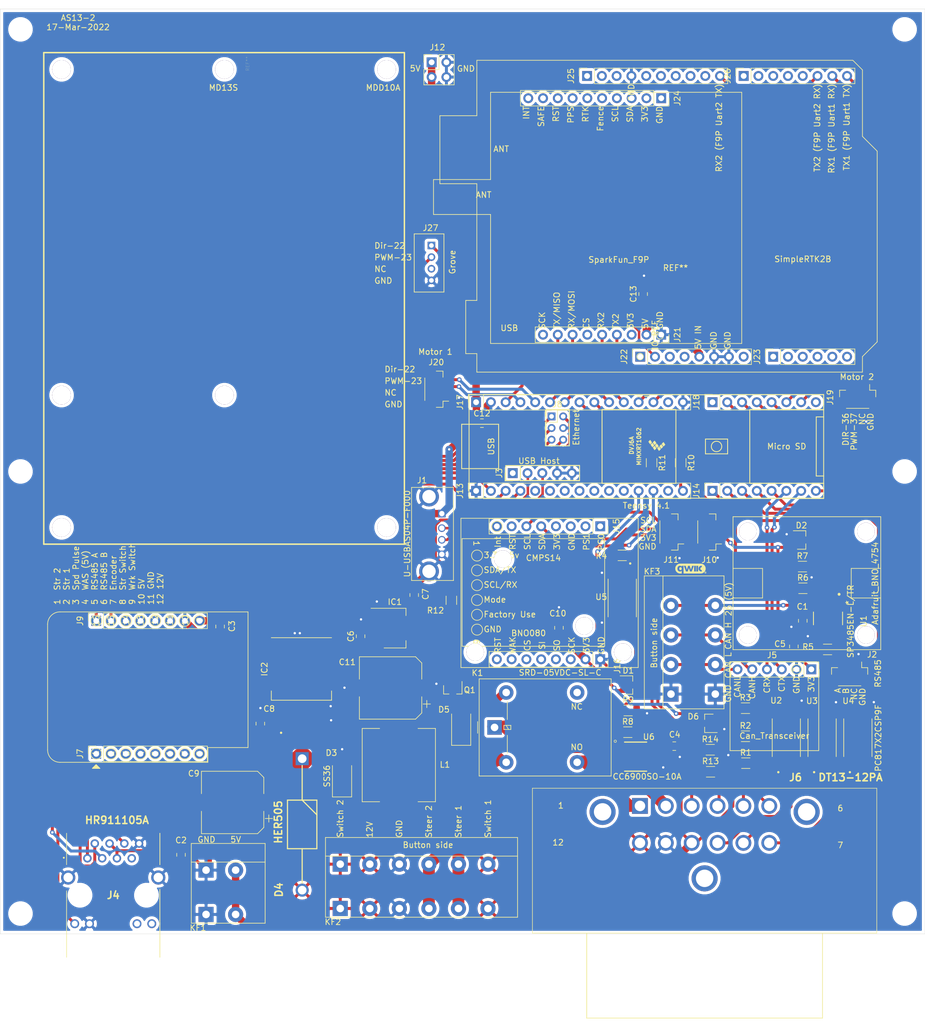
<source format=kicad_pcb>
(kicad_pcb (version 20171130) (host pcbnew "(5.1.9)-1")
  (layers (0 F.Cu signal) (31 B.Cu signal) (34 B.Paste user) (35 F.Paste user) (36 B.SilkS user) (37 F.SilkS user) (38 B.Mask user) (39 F.Mask user) (44 Edge.Cuts user))
  (net 0 "")
  (net 1 GND)
  (net 2 "Net-(C1-Pad1)")
  (net 3 "Net-(IC1-Pad4)")
  (net 4 "Net-(J10-Pad4)")
  (net 5 "Net-(J15-Pad2)")
  (net 6 "Net-(R3-Pad2)")
  (net 7 "Net-(J14-Pad8)")
  (net 8 "Net-(J14-Pad7)")
  (net 9 "Net-(J14-Pad6)")
  (net 10 "Net-(J14-Pad5)")
  (net 11 "Net-(J14-Pad4)")
  (net 12 "Net-(J14-Pad3)")
  (net 13 "Net-(J18-Pad3)")
  (net 14 "Net-(J20-Pad2)")
  (net 15 "Net-(J21-Pad3)")
  (net 16 "Net-(Q1-Pad1)")
  (net 17 "Net-(J22-Pad3)")
  (net 18 "Net-(C8-Pad1)")
  (net 19 "Net-(J21-Pad9)")
  (net 20 "Net-(J21-Pad6)")
  (net 21 "Net-(J22-Pad1)")
  (net 22 "Net-(J23-Pad3)")
  (net 23 "Net-(J3-Pad1)")
  (net 24 "Net-(J2-Pad2)")
  (net 25 "Net-(D3-Pad1)")
  (net 26 "Net-(J1-Pad3)")
  (net 27 "Net-(J1-Pad2)")
  (net 28 "Net-(J4-Pad6)")
  (net 29 "Net-(J4-Pad3)")
  (net 30 "Net-(R4-Pad2)")
  (net 31 "Net-(U6-Pad6)")
  (net 32 "Net-(D5-Pad2)")
  (net 33 "Net-(J10-Pad3)")
  (net 34 "Net-(J15-Pad8)")
  (net 35 "Net-(J15-Pad7)")
  (net 36 "Net-(J15-Pad4)")
  (net 37 "Net-(J15-Pad3)")
  (net 38 "Net-(J18-Pad6)")
  (net 39 "Net-(J22-Pad8)")
  (net 40 "Net-(J23-Pad5)")
  (net 41 "Net-(J23-Pad4)")
  (net 42 "Net-(J23-Pad2)")
  (net 43 "Net-(J23-Pad1)")
  (net 44 "Net-(J24-Pad3)")
  (net 45 "Net-(J13-Pad3)")
  (net 46 "Net-(J13-Pad2)")
  (net 47 "Net-(J25-Pad5)")
  (net 48 "Net-(KF2-Pad5)")
  (net 49 "Net-(J15-Pad1)")
  (net 50 "Net-(D4-Pad2)")
  (net 51 "Net-(J2-Pad4)")
  (net 52 "Net-(J2-Pad3)")
  (net 53 "Net-(J4-Pad12)")
  (net 54 "Net-(J4-Pad11)")
  (net 55 "Net-(J4-Pad9)")
  (net 56 "Net-(J4-Pad7)")
  (net 57 "Net-(J4-Pad2)")
  (net 58 "Net-(J4-Pad1)")
  (net 59 "Net-(J5-Pad6)")
  (net 60 "Net-(J5-Pad5)")
  (net 61 "Net-(J6-Pad12)")
  (net 62 "Net-(J6-Pad2)")
  (net 63 "Net-(J6-Pad1)")
  (net 64 "Net-(J7-Pad8)")
  (net 65 "Net-(J7-Pad7)")
  (net 66 "Net-(J7-Pad6)")
  (net 67 "Net-(J7-Pad5)")
  (net 68 "Net-(J7-Pad4)")
  (net 69 "Net-(J7-Pad3)")
  (net 70 "Net-(J7-Pad2)")
  (net 71 "Net-(J7-Pad1)")
  (net 72 "Net-(J9-Pad6)")
  (net 73 "Net-(J9-Pad5)")
  (net 74 "Net-(J9-Pad4)")
  (net 75 "Net-(J9-Pad3)")
  (net 76 "Net-(J13-Pad15)")
  (net 77 "Net-(J13-Pad14)")
  (net 78 "Net-(J13-Pad13)")
  (net 79 "Net-(J13-Pad11)")
  (net 80 "Net-(J13-Pad10)")
  (net 81 "Net-(J13-Pad9)")
  (net 82 "Net-(J13-Pad8)")
  (net 83 "Net-(J13-Pad7)")
  (net 84 "Net-(J13-Pad6)")
  (net 85 "Net-(J13-Pad5)")
  (net 86 "Net-(J13-Pad4)")
  (net 87 "Net-(J16-Pad8)")
  (net 88 "Net-(J16-Pad7)")
  (net 89 "Net-(J16-Pad6)")
  (net 90 "Net-(J16-Pad5)")
  (net 91 "Net-(J16-Pad4)")
  (net 92 "Net-(J16-Pad3)")
  (net 93 "Net-(J17-Pad14)")
  (net 94 "Net-(J17-Pad13)")
  (net 95 "Net-(J17-Pad12)")
  (net 96 "Net-(J17-Pad11)")
  (net 97 "Net-(J17-Pad10)")
  (net 98 "Net-(J17-Pad7)")
  (net 99 "Net-(J17-Pad6)")
  (net 100 "Net-(J17-Pad5)")
  (net 101 "Net-(J17-Pad4)")
  (net 102 "Net-(J17-Pad3)")
  (net 103 "Net-(J18-Pad8)")
  (net 104 "Net-(J18-Pad7)")
  (net 105 "Net-(J18-Pad5)")
  (net 106 "Net-(J18-Pad4)")
  (net 107 "Net-(J18-Pad2)")
  (net 108 "Net-(J18-Pad1)")
  (net 109 "Net-(J19-Pad2)")
  (net 110 "Net-(J22-Pad4)")
  (net 111 "Net-(J23-Pad6)")
  (net 112 "Net-(J24-Pad10)")
  (net 113 "Net-(J24-Pad9)")
  (net 114 "Net-(J24-Pad8)")
  (net 115 "Net-(J24-Pad7)")
  (net 116 "Net-(J24-Pad6)")
  (net 117 "Net-(J24-Pad5)")
  (net 118 "Net-(J24-Pad4)")
  (net 119 "Net-(J24-Pad2)")
  (net 120 "Net-(J24-Pad1)")
  (net 121 "Net-(J25-Pad9)")
  (net 122 "Net-(J25-Pad8)")
  (net 123 "Net-(J25-Pad7)")
  (net 124 "Net-(J25-Pad6)")
  (net 125 "Net-(J25-Pad3)")
  (net 126 "Net-(J25-Pad2)")
  (net 127 "Net-(J25-Pad1)")
  (net 128 "Net-(J26-Pad5)")
  (net 129 "Net-(J26-Pad4)")
  (net 130 "Net-(J26-Pad3)")
  (net 131 "Net-(J26-Pad2)")
  (net 132 "Net-(J26-Pad1)")
  (net 133 "Net-(J27-Pad3)")
  (net 134 "Net-(R1-Pad2)")
  (net 135 "Net-(R2-Pad2)")
  (net 136 "Net-(C2-Pad1)")
  (net 137 "Net-(C11-Pad1)")
  (net 138 "Net-(K1-Pad4)")
  (net 139 "Net-(J6-PadMH3)")
  (net 140 "Net-(J6-PadMH2)")
  (net 141 "Net-(J6-PadMH1)")
  (net 142 "Net-(J6-Pad9)")
  (net 143 "Net-(J6-Pad8)")
  (net 144 "Net-(J6-Pad7)")
  (net 145 "Net-(J6-Pad3)")
  (net 146 "Net-(KF3-Pad4)")
  (net 147 "Net-(J6-Pad4)")
  (net 148 "Net-(K1-Pad3)")
  (net 149 "Net-(D1-Pad3)")
  (net 150 "Net-(D2-Pad3)")
  (net 151 "Net-(D6-Pad3)")
  (net 152 "Net-(R8-Pad2)")
  (module Connector_PinSocket_2.54mm:PinSocket_2x02_P2.54mm_Vertical (layer F.Cu) (at 94.1832 29.1592 90)
    (fp_text reference J12 (at 2.5654 0.9906 180) (layer F.SilkS))
    (fp_text value Conn_02x02_Counter_Clockwise)
    (pad 4 thru_hole oval (at -2.54 2.54 90) (size 1.7 1.7) (drill 1) (layers *.Cu *.Mask) (net 1 GND))
    (pad 3 thru_hole oval (at 0 2.54 90) (size 1.7 1.7) (drill 1) (layers *.Cu *.Mask) (net 1 GND))
    (pad 2 thru_hole oval (at -2.54 0 90) (size 1.7 1.7) (drill 1) (layers *.Cu *.Mask) (net 137 "Net-(C11-Pad1)"))
    (pad 1 thru_hole rect (at 0 0 90) (size 1.7 1.7) (drill 1) (layers *.Cu *.Mask) (net 137 "Net-(C11-Pad1)"))
  )
  (module MyFootprints:HR911105A (layer F.Cu) (at 35 166 180)
    (fp_text reference J4 (at -4.45 -6.35) (layer F.SilkS) (effects (font (size 1.27 1.27) (thickness 0.254))))
    (fp_text value HR911105A (at -5.08 6.5532) (layer F.SilkS) (effects (font (size 1.27 1.27) (thickness 0.254))))
    (pad MH4 np_thru_hole circle (at -10.16 -6.35 180) (size 3.25 0) (drill 3.25) (layers *.Cu *.Mask))
    (pad MH3 np_thru_hole circle (at 1.27 -6.35 180) (size 3.25 0) (drill 3.25) (layers *.Cu *.Mask))
    (pad MH2 thru_hole circle (at -12.19 -3.3 180) (size 2.445 2.445) (drill 1.63) (layers *.Cu *.Mask) (net 1 GND))
    (pad MH1 thru_hole circle (at 3.3 -3.3 180) (size 2.445 2.445) (drill 1.63) (layers *.Cu *.Mask) (net 1 GND))
    (pad 12 thru_hole circle (at -11.07 -11.25 180) (size 1.53 1.53) (drill 1.02) (layers *.Cu *.Mask) (net 53 "Net-(J4-Pad12)"))
    (pad 11 thru_hole circle (at -8.53 -11.25 180) (size 1.53 1.53) (drill 1.02) (layers *.Cu *.Mask) (net 54 "Net-(J4-Pad11)"))
    (pad 10 thru_hole circle (at -0.36 -11.25 180) (size 1.53 1.53) (drill 1.02) (layers *.Cu *.Mask) (net 1 GND))
    (pad 9 thru_hole circle (at 2.18 -11.25 180) (size 1.53 1.53) (drill 1.02) (layers *.Cu *.Mask) (net 55 "Net-(J4-Pad9)"))
    (pad 8 thru_hole circle (at -8.89 2.54 180) (size 1.446 1.446) (drill 0.89) (layers *.Cu *.Mask) (net 1 GND))
    (pad 7 thru_hole circle (at -7.62 0 180) (size 1.446 1.446) (drill 0.89) (layers *.Cu *.Mask) (net 56 "Net-(J4-Pad7)"))
    (pad 6 thru_hole circle (at -6.35 2.54 180) (size 1.446 1.446) (drill 0.89) (layers *.Cu *.Mask) (net 28 "Net-(J4-Pad6)"))
    (pad 5 thru_hole circle (at -5.08 0 180) (size 1.446 1.446) (drill 0.89) (layers *.Cu *.Mask) (net 136 "Net-(C2-Pad1)"))
    (pad 4 thru_hole circle (at -3.81 2.54 180) (size 1.446 1.446) (drill 0.89) (layers *.Cu *.Mask) (net 136 "Net-(C2-Pad1)"))
    (pad 3 thru_hole circle (at -2.54 0 180) (size 1.446 1.446) (drill 0.89) (layers *.Cu *.Mask) (net 29 "Net-(J4-Pad3)"))
    (pad 2 thru_hole circle (at -1.27 2.54 180) (size 1.446 1.446) (drill 0.89) (layers *.Cu *.Mask) (net 57 "Net-(J4-Pad2)"))
    (pad 1 thru_hole circle (at 0 0 180) (size 1.446 1.446) (drill 0.89) (layers *.Cu *.Mask) (net 58 "Net-(J4-Pad1)"))
  )
  (module Resistor_SMD:R_1206_3216Metric (layer F.Cu) (at 97.575 121.65 90)
    (fp_text reference R12 (at -1.75 -2.725 180) (layer F.SilkS))
    (fp_text value 1K)
    (pad 2 smd roundrect (at 1.4625 0 90) (size 1.125 1.75) (layers F.Cu F.Paste F.Mask) (roundrect_rratio 0.2222213333333333) (net 86 "Net-(J13-Pad4)"))
    (pad 1 smd roundrect (at -1.4625 0 90) (size 1.125 1.75) (layers F.Cu F.Paste F.Mask) (roundrect_rratio 0.2222213333333333) (net 16 "Net-(Q1-Pad1)"))
  )
  (module Resistor_SMD:R_1206_3216Metric (layer F.Cu) (at 142.0876 147.3454)
    (fp_text reference R14 (at 0 -1.82) (layer F.SilkS))
    (fp_text value 2K)
    (pad 2 smd roundrect (at 1.4625 0) (size 1.125 1.75) (layers F.Cu F.Paste F.Mask) (roundrect_rratio 0.2222213333333333) (net 1 GND))
    (pad 1 smd roundrect (at -1.4625 0) (size 1.125 1.75) (layers F.Cu F.Paste F.Mask) (roundrect_rratio 0.2222213333333333) (net 151 "Net-(D6-Pad3)"))
  )
  (module Resistor_SMD:R_1206_3216Metric (layer F.Cu) (at 142.1384 151.13)
    (fp_text reference R13 (at 0 -1.82) (layer F.SilkS))
    (fp_text value 1K)
    (pad 2 smd roundrect (at 1.4625 0) (size 1.125 1.75) (layers F.Cu F.Paste F.Mask) (roundrect_rratio 0.2222213333333333) (net 147 "Net-(J6-Pad4)"))
    (pad 1 smd roundrect (at -1.4625 0) (size 1.125 1.75) (layers F.Cu F.Paste F.Mask) (roundrect_rratio 0.2222213333333333) (net 151 "Net-(D6-Pad3)"))
  )
  (module Resistor_SMD:R_1206_3216Metric (layer F.Cu) (at 127.9652 140.589)
    (fp_text reference R9 (at 0 -1.82) (layer F.SilkS))
    (fp_text value 2K)
    (pad 2 smd roundrect (at 1.4625 0) (size 1.125 1.75) (layers F.Cu F.Paste F.Mask) (roundrect_rratio 0.2222213333333333) (net 1 GND))
    (pad 1 smd roundrect (at -1.4625 0) (size 1.125 1.75) (layers F.Cu F.Paste F.Mask) (roundrect_rratio 0.2222213333333333) (net 149 "Net-(D1-Pad3)"))
  )
  (module Resistor_SMD:R_1206_3216Metric (layer F.Cu) (at 127.9144 144.3228)
    (fp_text reference R8 (at 0 -1.82) (layer F.SilkS))
    (fp_text value 1K)
    (pad 2 smd roundrect (at 1.4625 0) (size 1.125 1.75) (layers F.Cu F.Paste F.Mask) (roundrect_rratio 0.2222213333333333) (net 152 "Net-(R8-Pad2)"))
    (pad 1 smd roundrect (at -1.4625 0) (size 1.125 1.75) (layers F.Cu F.Paste F.Mask) (roundrect_rratio 0.2222213333333333) (net 149 "Net-(D1-Pad3)"))
  )
  (module Resistor_SMD:R_1206_3216Metric (layer F.Cu) (at 157.9372 115.8494)
    (fp_text reference R7 (at 0 -1.82) (layer F.SilkS))
    (fp_text value 2K)
    (pad 2 smd roundrect (at 1.4625 0) (size 1.125 1.75) (layers F.Cu F.Paste F.Mask) (roundrect_rratio 0.2222213333333333) (net 1 GND))
    (pad 1 smd roundrect (at -1.4625 0) (size 1.125 1.75) (layers F.Cu F.Paste F.Mask) (roundrect_rratio 0.2222213333333333) (net 150 "Net-(D2-Pad3)"))
  )
  (module Resistor_SMD:R_1206_3216Metric (layer F.Cu) (at 158.0134 119.5832)
    (fp_text reference R6 (at 0 -1.82) (layer F.SilkS))
    (fp_text value 1K)
    (pad 2 smd roundrect (at 1.4625 0) (size 1.125 1.75) (layers F.Cu F.Paste F.Mask) (roundrect_rratio 0.2222213333333333) (net 146 "Net-(KF3-Pad4)"))
    (pad 1 smd roundrect (at -1.4625 0) (size 1.125 1.75) (layers F.Cu F.Paste F.Mask) (roundrect_rratio 0.2222213333333333) (net 150 "Net-(D2-Pad3)"))
  )
  (module Package_TO_SOT_SMD:SOT-23 (layer F.Cu) (at 141.8844 142.7988 180)
    (fp_text reference D6 (at 2.7178 1.1684) (layer F.SilkS))
    (fp_text value BAV99)
    (pad 3 smd rect (at 1 0 180) (size 0.9 0.8) (layers F.Cu F.Paste F.Mask) (net 151 "Net-(D6-Pad3)"))
    (pad 2 smd rect (at -1 0.95 180) (size 0.9 0.8) (layers F.Cu F.Paste F.Mask) (net 2 "Net-(C1-Pad1)"))
    (pad 1 smd rect (at -1 -0.95 180) (size 0.9 0.8) (layers F.Cu F.Paste F.Mask) (net 1 GND))
  )
  (module Package_TO_SOT_SMD:SOT-23 (layer F.Cu) (at 157.7594 111.2774)
    (fp_text reference D2 (at 0 -2.5) (layer F.SilkS))
    (fp_text value BAV99)
    (pad 3 smd rect (at 1 0) (size 0.9 0.8) (layers F.Cu F.Paste F.Mask) (net 150 "Net-(D2-Pad3)"))
    (pad 2 smd rect (at -1 0.95) (size 0.9 0.8) (layers F.Cu F.Paste F.Mask) (net 2 "Net-(C1-Pad1)"))
    (pad 1 smd rect (at -1 -0.95) (size 0.9 0.8) (layers F.Cu F.Paste F.Mask) (net 1 GND))
  )
  (module Package_TO_SOT_SMD:SOT-23 (layer F.Cu) (at 127.9906 136.2202)
    (fp_text reference D1 (at 0 -2.5) (layer F.SilkS))
    (fp_text value BAV99)
    (pad 3 smd rect (at 1 0) (size 0.9 0.8) (layers F.Cu F.Paste F.Mask) (net 149 "Net-(D1-Pad3)"))
    (pad 2 smd rect (at -1 0.95) (size 0.9 0.8) (layers F.Cu F.Paste F.Mask) (net 2 "Net-(C1-Pad1)"))
    (pad 1 smd rect (at -1 -0.95) (size 0.9 0.8) (layers F.Cu F.Paste F.Mask) (net 1 GND))
  )
  (module MyFootprints:Adafruit_BNO (layer F.Cu) (at 145.9992 107.2792)
    (fp_text reference REF** hide)
    (fp_text value Adafruit_BNO_4754 (at 24.4348 11.4554 90) (layer F.SilkS))
    (pad 4 thru_hole circle (at 22.86 2.54) (size 2.999999 2.999999) (drill 2.999999) (layers *.Cu *.Mask))
    (pad 3 thru_hole circle (at 22.86 20.32) (size 2.999999 2.999999) (drill 2.999999) (layers *.Cu *.Mask))
    (pad 2 thru_hole circle (at 2.54 20.32) (size 2.999999 2.999999) (drill 2.999999) (layers *.Cu *.Mask))
    (pad 1 thru_hole circle (at 2.54 2.54) (size 2.999999 2.999999) (drill 2.999999) (layers *.Cu *.Mask))
  )
  (module MyFootprints:CMPS14_no_pins (layer F.Cu) (at 123.925 111.05 270)
    (fp_text reference M1)
    (fp_text value CMPS14 (at 3.325 10.5156) (layer F.SilkS))
    (fp_text user 6 (at 17.7292 22.0472 270 unlocked) (layer F.SilkS))
    (fp_text user 1 (at 0.8128 22.0472 270 unlocked) (layer F.SilkS))
    (fp_text user GND (at 15.571606 19.25301) (layer F.SilkS))
    (fp_text user "Factory Use" (at 13.024363 16.300629) (layer F.SilkS))
    (fp_text user Mode (at 10.47712 18.872057) (layer F.SilkS))
    (fp_text user SCL/RX (at 7.929877 17.895867) (layer F.SilkS))
    (fp_text user SDA/TX (at 5.382634 17.991105) (layer F.SilkS))
    (fp_text user 3.3v-5v (at 2.835391 17.7292) (layer F.SilkS))
    (pad 2 thru_hole circle (at 15 3.5 270) (size 3 3) (drill 3) (layers *.Cu *.Mask))
    (pad 1 thru_hole circle (at 3.5 17.5 270) (size 3 3) (drill 3) (layers *.Cu *.Mask))
  )
  (module MyFootprints:BNO080_Outline (layer F.Cu) (at 129.7 133.2 180)
    (fp_text reference REF**)
    (fp_text value BNO080 (at 18.85 5.9) (layer F.SilkS))
    (fp_text user RST (at 24.13 3.81 90) (layer F.SilkS))
    (fp_text user WAK (at 21.59 3.81 90) (layer F.SilkS))
    (fp_text user CS (at 19.05 3.81 90) (layer F.SilkS))
    (fp_text user SI (at 16.51 3.81 90) (layer F.SilkS))
    (fp_text user SO (at 13.97 3.81 90) (layer F.SilkS))
    (fp_text user SCK (at 11.43 3.81 90) (layer F.SilkS))
    (fp_text user 3V3 (at 8.89 3.81 90) (layer F.SilkS))
    (fp_text user GND (at 6.35 3.81 90) (layer F.SilkS))
    (fp_text user Int (at 24.13 21.59 90) (layer F.SilkS))
    (fp_text user RST (at 21.59 21.59 90) (layer F.SilkS))
    (fp_text user SCL (at 19.05 21.59 90) (layer F.SilkS))
    (fp_text user SDA (at 16.51 21.59 90) (layer F.SilkS))
    (fp_text user 3V3 (at 13.97 21.59 90) (layer F.SilkS))
    (fp_text user GND (at 11.43 21.59 90) (layer F.SilkS))
    (fp_text user PS1 (at 8.89 21.59 90) (layer F.SilkS))
    (fp_text user PS0 (at 6.35 21.59 90) (layer F.SilkS))
    (pad "" thru_hole circle (at 28.04 2.64 180) (size 3 3) (drill 3) (layers *.Cu *.Mask))
    (pad "" thru_hole circle (at 2.64 2.64 180) (size 3 3) (drill 3) (layers *.Cu *.Mask))
  )
  (module MyFootprints:DT1312PA (layer F.Cu) (at 130 157 270)
    (fp_text reference J6 (at -4.9 -26.75 180) (layer F.SilkS) (effects (font (size 1.27 1.27) (thickness 0.254))))
    (fp_text value DT13-12PA (at -4.9 -36.2 180) (layer F.SilkS) (effects (font (size 1.27 1.27) (thickness 0.254))))
    (pad MH3 thru_hole circle (at 1.02 -28.655 270) (size 4.485 4.485) (drill 2.99) (layers *.Cu *.Mask) (net 139 "Net-(J6-PadMH3)"))
    (pad MH2 thru_hole circle (at 12.45 -11.115 270) (size 4.485 4.485) (drill 2.99) (layers *.Cu *.Mask) (net 140 "Net-(J6-PadMH2)"))
    (pad MH1 thru_hole circle (at 1.02 6.425 270) (size 4.485 4.485) (drill 2.99) (layers *.Cu *.Mask) (net 141 "Net-(J6-PadMH1)"))
    (pad 12 thru_hole circle (at 6.35 0 270) (size 2.715 2.715) (drill 1.81) (layers *.Cu *.Mask) (net 61 "Net-(J6-Pad12)"))
    (pad 11 thru_hole circle (at 6.35 -4.445 270) (size 2.715 2.715) (drill 1.81) (layers *.Cu *.Mask) (net 1 GND))
    (pad 10 thru_hole circle (at 6.35 -8.89 270) (size 2.715 2.715) (drill 1.81) (layers *.Cu *.Mask) (net 137 "Net-(C11-Pad1)"))
    (pad 9 thru_hole circle (at 6.35 -13.34 270) (size 2.715 2.715) (drill 1.81) (layers *.Cu *.Mask) (net 142 "Net-(J6-Pad9)"))
    (pad 8 thru_hole circle (at 6.35 -17.785 270) (size 2.715 2.715) (drill 1.81) (layers *.Cu *.Mask) (net 143 "Net-(J6-Pad8)"))
    (pad 7 thru_hole circle (at 6.35 -22.23 270) (size 2.715 2.715) (drill 1.81) (layers *.Cu *.Mask) (net 144 "Net-(J6-Pad7)"))
    (pad 6 thru_hole circle (at 0 -22.23 270) (size 2.715 2.715) (drill 1.81) (layers *.Cu *.Mask) (net 52 "Net-(J2-Pad3)"))
    (pad 5 thru_hole circle (at 0 -17.785 270) (size 2.715 2.715) (drill 1.81) (layers *.Cu *.Mask) (net 51 "Net-(J2-Pad4)"))
    (pad 4 thru_hole circle (at 0 -13.34 270) (size 2.715 2.715) (drill 1.81) (layers *.Cu *.Mask) (net 147 "Net-(J6-Pad4)"))
    (pad 3 thru_hole circle (at 0 -8.89 270) (size 2.715 2.715) (drill 1.81) (layers *.Cu *.Mask) (net 145 "Net-(J6-Pad3)"))
    (pad 2 thru_hole circle (at 0 -4.445 270) (size 2.715 2.715) (drill 1.81) (layers *.Cu *.Mask) (net 62 "Net-(J6-Pad2)"))
    (pad 1 thru_hole rect (at 0 0 270) (size 2.715 2.715) (drill 1.81) (layers *.Cu *.Mask) (net 63 "Net-(J6-Pad1)"))
  )
  (module MyFootprints:Songle_SRD-05VDC-SL-C (layer F.Cu) (at 104.95 143.425)
    (fp_text reference K1 (at -2.8956 -9.2964 180) (layer F.SilkS))
    (fp_text value SRD-05VDC-SL-C (at 11.3284 -9.3472 180) (layer F.SilkS))
    (fp_text user NC (at 14.1833 -3.4798 180) (layer F.SilkS))
    (fp_text user NO (at 14.1833 3.4798 180) (layer F.SilkS))
    (pad 2 thru_hole oval (at 2.0508 -5.9238 90) (size 2.5 2.5) (drill 1.3) (layers *.Cu *.Mask) (net 32 "Net-(D5-Pad2)"))
    (pad 4 thru_hole oval (at 14.2508 -5.9238 90) (size 2.5 2.5) (drill 1.3) (layers *.Cu *.Mask) (net 138 "Net-(K1-Pad4)"))
    (pad 5 thru_hole oval (at 14.2508 6.0762 90) (size 2.5 2.5) (drill 1.3) (layers *.Cu *.Mask) (net 63 "Net-(J6-Pad1)"))
    (pad 1 thru_hole oval (at 2.0508 6.0762 90) (size 2.5 2.5) (drill 1.3) (layers *.Cu *.Mask) (net 137 "Net-(C11-Pad1)"))
    (pad 3 thru_hole rect (at 0.0508 0.0762 90) (size 2.5 2.5) (drill 1.3) (layers *.Cu *.Mask) (net 148 "Net-(K1-Pad3)"))
  )
  (module MyFootprints:KF142V-5.08-4P (layer F.Cu) (at 144.45 117.45 270)
    (fp_text reference KF3 (at -0.75 12.375 180) (layer F.SilkS))
    (fp_text value KF142V-5.0-4P)
    (fp_text user "Button side" (at 11.5316 12.0142 90) (layer F.SilkS))
    (pad 4 thru_hole circle (at 5.08 9.12 270) (size 2.6 2.6) (drill 1.3) (layers *.Cu *.Mask) (net 146 "Net-(KF3-Pad4)"))
    (pad 4 thru_hole circle (at 5.08 1.5 270) (size 2.6 2.6) (drill 1.3) (layers *.Cu *.Mask) (net 146 "Net-(KF3-Pad4)"))
    (pad 3 thru_hole circle (at 10.16 9.12 270) (size 2.6 2.6) (drill 1.3) (layers *.Cu *.Mask) (net 60 "Net-(J5-Pad5)"))
    (pad 3 thru_hole circle (at 10.16 1.5 270) (size 2.6 2.6) (drill 1.3) (layers *.Cu *.Mask) (net 60 "Net-(J5-Pad5)"))
    (pad 2 thru_hole circle (at 15.24 9.12 270) (size 2.6 2.6) (drill 1.3) (layers *.Cu *.Mask) (net 59 "Net-(J5-Pad6)"))
    (pad 2 thru_hole circle (at 15.24 1.5 270) (size 2.6 2.6) (drill 1.3) (layers *.Cu *.Mask) (net 59 "Net-(J5-Pad6)"))
    (pad 1 thru_hole rect (at 20.32 9.12 270) (size 2.6 2.6) (drill 1.3) (layers *.Cu *.Mask) (net 1 GND))
    (pad 1 thru_hole rect (at 20.32 1.5 270) (size 2.6 2.6) (drill 1.3) (layers *.Cu *.Mask) (net 1 GND))
  )
  (module Resistor_SMD:R_1206_3216Metric (layer F.Cu) (at 148.1416 140.1984)
    (fp_text reference R3 (at 0 -1.82) (layer F.SilkS))
    (fp_text value 200)
    (pad 2 smd roundrect (at 1.4625 0) (size 1.125 1.75) (layers F.Cu F.Paste F.Mask) (roundrect_rratio 0.2222213333333333) (net 6 "Net-(R3-Pad2)"))
    (pad 1 smd roundrect (at -1.4625 0) (size 1.125 1.75) (layers F.Cu F.Paste F.Mask) (roundrect_rratio 0.2222213333333333) (net 137 "Net-(C11-Pad1)"))
  )
  (module Resistor_SMD:R_1206_3216Metric (layer F.Cu) (at 148.1416 145.0244)
    (fp_text reference R2 (at 0 -1.82) (layer F.SilkS))
    (fp_text value 200)
    (pad 2 smd roundrect (at 1.4625 0) (size 1.125 1.75) (layers F.Cu F.Paste F.Mask) (roundrect_rratio 0.2222213333333333) (net 135 "Net-(R2-Pad2)"))
    (pad 1 smd roundrect (at -1.4625 0) (size 1.125 1.75) (layers F.Cu F.Paste F.Mask) (roundrect_rratio 0.2222213333333333) (net 137 "Net-(C11-Pad1)"))
  )
  (module Resistor_SMD:R_1206_3216Metric (layer F.Cu) (at 148.1924 149.6472)
    (fp_text reference R1 (at 0 -1.82) (layer F.SilkS))
    (fp_text value 200)
    (pad 2 smd roundrect (at 1.4625 0) (size 1.125 1.75) (layers F.Cu F.Paste F.Mask) (roundrect_rratio 0.2222213333333333) (net 134 "Net-(R1-Pad2)"))
    (pad 1 smd roundrect (at -1.4625 0) (size 1.125 1.75) (layers F.Cu F.Paste F.Mask) (roundrect_rratio 0.2222213333333333) (net 137 "Net-(C11-Pad1)"))
  )
  (module MyFootprints:1N5408 (layer F.Cu) (at 71.925 148.875 270)
    (fp_text reference D4 (at 22.55 4 90) (layer F.SilkS) (effects (font (size 1.27 1.27) (thickness 0.254))))
    (fp_text value HER505 (at 10.9 4.1 90) (layer F.SilkS) (effects (font (size 1.27 1.27) (thickness 0.254))))
    (pad 1 thru_hole rect (at 0 0 270) (size 2.25 2.25) (drill 1.5) (layers *.Cu *.Mask) (net 18 "Net-(C8-Pad1)"))
    (pad 2 thru_hole circle (at 22.6 0 270) (size 2.25 2.25) (drill 1.5) (layers *.Cu *.Mask) (net 50 "Net-(D4-Pad2)"))
  )
  (module Resistor_SMD:R_1206_3216Metric (layer F.Cu) (at 132 98 270)
    (fp_text reference R11 (at 0 -1.82 90) (layer F.SilkS))
    (fp_text value 2.2K)
    (pad 2 smd roundrect (at 1.4625 0 270) (size 1.125 1.75) (layers F.Cu F.Paste F.Mask) (roundrect_rratio 0.2222204444444444) (net 76 "Net-(J13-Pad15)"))
    (pad 1 smd roundrect (at -1.4625 0 270) (size 1.125 1.75) (layers F.Cu F.Paste F.Mask) (roundrect_rratio 0.2222204444444444) (net 4 "Net-(J10-Pad4)"))
  )
  (module Resistor_SMD:R_1206_3216Metric (layer F.Cu) (at 137 98 270)
    (fp_text reference R10 (at 0 -1.82 90) (layer F.SilkS))
    (fp_text value 2.2K)
    (pad 2 smd roundrect (at 1.4625 0 270) (size 1.125 1.75) (layers F.Cu F.Paste F.Mask) (roundrect_rratio 0.2222204444444444) (net 76 "Net-(J13-Pad15)"))
    (pad 1 smd roundrect (at -1.4625 0 270) (size 1.125 1.75) (layers F.Cu F.Paste F.Mask) (roundrect_rratio 0.2222204444444444) (net 33 "Net-(J10-Pad3)"))
  )
  (module Capacitor_SMD:C_0805_2012Metric (layer F.Cu) (at 51.1 165.4 270)
    (fp_text reference C2 (at -2.5 0 180) (layer F.SilkS))
    (fp_text value 0.1uF)
    (pad 2 smd roundrect (at 0.95 0 270) (size 1 1.45) (layers F.Cu F.Paste F.Mask) (net 1 GND))
    (pad 1 smd roundrect (at -0.95 0 270) (size 1 1.45) (layers F.Cu F.Paste F.Mask) (net 136 "Net-(C2-Pad1)"))
  )
  (module MyFootprints:Qwic_vertical (layer F.Cu) (at 166.0525 134.3429 180)
    (fp_text reference J2 (at -3.8481 3.3655) (layer F.SilkS))
    (fp_text value RS485)
    (pad MP smd roundrect (at 2.8 -1.2 180) (size 1.2 1.8) (layers F.Cu F.Paste F.Mask) (roundrect_rratio 0.2083325))
    (pad MP smd roundrect (at -2.8 -1.2 180) (size 1.2 1.8) (layers F.Cu F.Paste F.Mask) (roundrect_rratio 0.2083325))
    (pad 4 smd roundrect (at 1.5 1.325 180) (size 0.6 1.55) (layers F.Cu F.Paste F.Mask) (net 51 "Net-(J2-Pad4)"))
    (pad 3 smd roundrect (at 0.5 1.325 180) (size 0.6 1.55) (layers F.Cu F.Paste F.Mask) (net 52 "Net-(J2-Pad3)"))
    (pad 2 smd roundrect (at -0.5 1.325 180) (size 0.6 1.55) (layers F.Cu F.Paste F.Mask) (net 24 "Net-(J2-Pad2)"))
    (pad 1 smd roundrect (at -1.5 1.325 180) (size 0.6 1.55) (layers F.Cu F.Paste F.Mask) (net 1 GND))
  )
  (module MyFootprints:Can_Transceiver_no_pins (layer F.Cu) (at 160.7312 132.2474 270)
    (fp_text reference REF**)
    (fp_text value Can_Transceiver (at 12.7 7.62) (layer F.SilkS))
    (fp_text user 2 (at 1.2954 3.8354 90) (layer F.SilkS))
    (fp_text user CANL (at 4.286191 13.97 90) (layer F.SilkS))
    (fp_text user CANH (at 4.405238 11.43 90) (layer F.SilkS))
    (fp_text user CRX (at 3.905238 8.89 90) (layer F.SilkS))
    (fp_text user CTX (at 3.786191 6.35 90) (layer F.SilkS))
    (fp_text user GND (at 3.952857 3.81 90) (layer F.SilkS))
    (fp_text user 3V3 (at 3.81 1.27 90) (layer F.SilkS))
  )
  (module MountingHole:MountingHole_3.2mm_M3 (layer F.Cu) (at 175.5 99.5)
    (fp_text reference "  " (at 0 -4.2) (layer F.SilkS))
    (fp_text value " ")
    (pad 1 np_thru_hole circle (at 0 0) (size 3.2 3.2) (drill 3.2) (layers *.Cu *.Mask))
  )
  (module MountingHole:MountingHole_3.2mm_M3 (layer F.Cu) (at 23.5 99.5)
    (fp_text reference "  " (at 0 -4.2) (layer F.SilkS))
    (fp_text value " ")
    (pad 1 np_thru_hole circle (at 0 0) (size 3.2 3.2) (drill 3.2) (layers *.Cu *.Mask))
  )
  (module MountingHole:MountingHole_3.2mm_M3 (layer F.Cu) (at 23.5 23.5)
    (fp_text reference "  " (at 0 -4.2) (layer F.SilkS))
    (fp_text value " ")
    (pad 1 np_thru_hole circle (at 0 0) (size 3.2 3.2) (drill 3.2) (layers *.Cu *.Mask))
  )
  (module MountingHole:MountingHole_3.2mm_M3 (layer F.Cu) (at 175.5 23.5)
    (fp_text reference "  " (at 0 -4.2) (layer F.SilkS))
    (fp_text value " ")
    (pad 1 np_thru_hole circle (at 0 0) (size 3.2 3.2) (drill 3.2) (layers *.Cu *.Mask))
  )
  (module MountingHole:MountingHole_3.2mm_M3 (layer F.Cu) (at 175.5 175.5)
    (fp_text reference "  " (at 0 -4.2) (layer F.SilkS))
    (fp_text value " ")
    (pad 1 np_thru_hole circle (at 0 0) (size 3.2 3.2) (drill 3.2) (layers *.Cu *.Mask))
  )
  (module MountingHole:MountingHole_3.2mm_M3 (layer F.Cu) (at 23.5 175.5)
    (fp_text reference "  " (at 0 -4.2) (layer F.SilkS))
    (fp_text value " ")
    (pad 1 np_thru_hole circle (at 0 0) (size 3.2 3.2) (drill 3.2) (layers *.Cu *.Mask))
  )
  (module MyFootprints:QwiicLogo (layer F.Cu) (at 138.7 116.15)
    (fp_text reference G*** hide)
    (fp_text value LOGO hide)
  )
  (module MyFootprints:Teensy41_no_pins (layer F.Cu) (at 131.1 95.2)
    (fp_text reference -- (at -0.5334 -8.6868) (layer F.SilkS))
    (fp_text value "Teensy 4.1" (at 0 10.16) (layer F.SilkS))
    (fp_text user "USB Host" (at -18.4658 2.4892) (layer F.SilkS))
    (fp_text user Ethernet (at -12.065 -3.2766 90) (layer F.SilkS))
    (fp_text user USB (at -26.67 0 270) (layer F.SilkS))
    (fp_text user "Micro SD" (at 24.13 0) (layer F.SilkS))
    (fp_text user MIMXRT1062 (at -1.27 0 -90) (layer F.SilkS) (effects (font (size 0.7 0.7))))
    (fp_text user DVJ6A (at -2.54 -0.18 -90) (layer F.SilkS) (effects (font (size 0.7 0.7))))
  )
  (module MyFootprints:SF_F9P_SMA_No_Pins (layer F.Cu) (at 147.5 77.5 180)
    (fp_text reference REF**)
    (fp_text value SparkFun_F9P (at 21.1328 14.4018) (layer F.SilkS))
    (fp_text user ANT (at 44.3738 25.5486) (layer F.SilkS))
    (fp_text user INT (at 37.0332 39.674752 90) (layer F.SilkS))
    (fp_text user SAFE (at 34.487552 39.031895 90) (layer F.SilkS))
    (fp_text user RST (at 31.941908 39.460466 90) (layer F.SilkS))
    (fp_text user PPS (at 29.396264 39.341419 90) (layer F.SilkS))
    (fp_text user RTK (at 26.85062 39.436657 90) (layer F.SilkS))
    (fp_text user Fence (at 24.304976 38.650943 90) (layer F.SilkS))
    (fp_text user SCL (at 21.759332 39.436657 90) (layer F.SilkS))
    (fp_text user SDA (at 19.213688 39.412847 90) (layer F.SilkS))
    (fp_text user 3V3 (at 16.668044 39.436657 90) (layer F.SilkS))
    (fp_text user GND (at 14.1224 39.2938 90) (layer F.SilkS))
    (fp_text user SCK (at 34.3154 3.9624 90) (layer F.SilkS))
    (fp_text user TX/MISO (at 31.784925 5.676685 90) (layer F.SilkS))
    (fp_text user RX/MOSI (at 29.25445 5.795733 90) (layer F.SilkS))
    (fp_text user CS (at 26.723975 3.4624 90) (layer F.SilkS))
    (fp_text user RX2 (at 24.1935 3.93859 90) (layer F.SilkS))
    (fp_text user TX2 (at 21.663025 3.819543 90) (layer F.SilkS))
    (fp_text user 3V3 (at 19.13255 3.867162 90) (layer F.SilkS))
    (fp_text user 5V (at 16.602075 3.390971 90) (layer F.SilkS))
    (fp_text user GND (at 14.0716 4.010019 90) (layer F.SilkS))
  )
  (module MyFootprints:SimpleRTK2B_no_pins (layer F.Cu) (at 170 79.75 180)
    (fp_text reference REF** (at 33.8836 15.24 180) (layer F.SilkS))
    (fp_text value SimpleRTK2B (at 12 16.75) (layer F.SilkS))
    (fp_text user ANT (at 63.8556 35.687) (layer F.SilkS))
    (fp_text user USB (at 62.4586 4.9022) (layer F.SilkS))
    (fp_text user "IO REF" (at 37.3888 3.7338 90) (layer F.SilkS))
    (fp_text user "5V IN" (at 29.9974 3.333809 90) (layer F.SilkS))
    (fp_text user GND (at 27.3304 2.81 90) (layer F.SilkS))
    (fp_text user GND (at 24.9428 2.81 90) (layer F.SilkS))
    (fp_text user GND (at 41.4782 45.3644 90) (layer F.SilkS))
    (fp_text user "RX2 (F9P Uart2 TX)" (at 26.416 39.316781 90) (layer F.SilkS))
    (fp_text user "TX2 (F9P Uart2 RX)" (at 9.525 39.316781 270) (layer F.SilkS))
    (fp_text user "RX1 (F9P Uart1 RX)" (at 7.0612 39.197733 90) (layer F.SilkS))
    (fp_text user "TX1 (F9P Uart1 TX)" (at 4.4704 39.435828 270) (layer F.SilkS))
  )
  (module MyFootprints:MDD10A_Outline (layer F.Cu) (at 27.5 27.5 270)
    (fp_text reference REF** (at 1.905 -35.052 90) (layer F.SilkS) (effects (font (size 0.6 0.6) (thickness 0.015))))
    (fp_text value MDD10A (at 6.025 -58.35 180) (layer F.SilkS))
    (fp_text user MD13S (at 6.025 -30.9 180) (layer F.SilkS))
    (pad 8 thru_hole circle (at 2.88 -31.06 270) (size 3.2 3.2) (drill 3.2) (layers *.Cu *.Mask))
    (pad 8 thru_hole circle (at 58.88 -31.06 270) (size 3.2 3.2) (drill 3.2) (layers *.Cu *.Mask))
    (pad 8 thru_hole circle (at 58.88 -3.06 270) (size 3.2 3.2) (drill 3.2) (layers *.Cu *.Mask))
    (pad 8 thru_hole circle (at 2.88 -3.06 270) (size 3.2 3.2) (drill 3.2) (layers *.Cu *.Mask))
    (pad 8 thru_hole circle (at 2.88 -58.94 270) (size 3.2 3.2) (drill 3.2) (layers *.Cu *.Mask))
    (pad 8 thru_hole circle (at 81.62 -58.94 270) (size 3.2 3.2) (drill 3.2) (layers *.Cu *.Mask))
    (pad 8 thru_hole circle (at 81.62 -3.06 270) (size 3.2 3.2) (drill 3.2) (layers *.Cu *.Mask))
  )
  (module MyFootprints:WEMOS_D1_mini_light_no_pins (layer F.Cu) (at 36.5 148 90)
    (fp_text reference REF**)
    (fp_text value WEMOS_D1_mini_light_no_pins)
    (fp_text user 16 (at 22.8346 0.0508 90) (layer F.SilkS))
    (fp_text user 1 (at 0.0762 -0.0508 90) (layer F.SilkS))
    (fp_text user 9 (at 22.9616 17.8308 90) (layer F.SilkS))
    (fp_text user 10 (at 22.9108 15.3416 90) (layer F.SilkS))
    (fp_text user 11 (at 23.0124 12.6746 90) (layer F.SilkS))
    (fp_text user 12 (at 23.0632 10.1346 90) (layer F.SilkS))
    (fp_text user 13 (at 23.0124 7.6454 90) (layer F.SilkS))
    (fp_text user 14 (at 23.0124 5.1816 90) (layer F.SilkS))
    (fp_text user 15 (at 22.86 2.5654 90) (layer F.SilkS))
    (fp_text user 8 (at 0 17.8308 90) (layer F.SilkS))
    (fp_text user 7 (at 0 15.3416 90) (layer F.SilkS))
    (fp_text user 6 (at 0 12.7254 90) (layer F.SilkS))
    (fp_text user 5 (at 0 10.1854 90) (layer F.SilkS))
    (fp_text user 4 (at 0 7.7216 90) (layer F.SilkS))
    (fp_text user 3 (at 0.0254 5.207 90) (layer F.SilkS))
    (fp_text user 2 (at 0.0254 2.5908 90) (layer F.SilkS))
  )
  (module Connector_PinSocket_2.54mm:PinSocket_1x06_P2.54mm_Vertical (layer F.Cu) (at 159.4612 133.5174 270)
    (fp_text reference J5 (at -2.4384 6.7564 180) (layer F.SilkS))
    (fp_text value PM254V-11-06-H85)
    (pad 6 thru_hole oval (at 0 12.7 270) (size 1.7 1.7) (drill 1) (layers *.Cu *.Mask) (net 59 "Net-(J5-Pad6)"))
    (pad 5 thru_hole oval (at 0 10.16 270) (size 1.7 1.7) (drill 1) (layers *.Cu *.Mask) (net 60 "Net-(J5-Pad5)"))
    (pad 4 thru_hole oval (at 0 7.62 270) (size 1.7 1.7) (drill 1) (layers *.Cu *.Mask) (net 9 "Net-(J14-Pad6)"))
    (pad 3 thru_hole oval (at 0 5.08 270) (size 1.7 1.7) (drill 1) (layers *.Cu *.Mask) (net 8 "Net-(J14-Pad7)"))
    (pad 2 thru_hole oval (at 0 2.54 270) (size 1.7 1.7) (drill 1) (layers *.Cu *.Mask) (net 1 GND))
    (pad 1 thru_hole rect (at 0 0 270) (size 1.7 1.7) (drill 1) (layers *.Cu *.Mask) (net 2 "Net-(C1-Pad1)"))
  )
  (module Capacitor_SMD:C_0805_2012Metric (layer F.Cu) (at 156.464 129.5804 90)
    (fp_text reference C5 (at 0.4304 -2.389 180) (layer F.SilkS))
    (fp_text value 0.1uF)
    (pad 2 smd roundrect (at 0.95 0 90) (size 1 1.45) (layers F.Cu F.Paste F.Mask) (net 1 GND))
    (pad 1 smd roundrect (at -0.95 0 90) (size 1 1.45) (layers F.Cu F.Paste F.Mask) (net 2 "Net-(C1-Pad1)"))
  )
  (module MyFootprints:U-USBAS04P-F000 (layer F.Cu) (at 95.9358 106.7458 270)
    (fp_text reference J1 (at -5.715 3.4036 180) (layer F.SilkS))
    (fp_text value U-USBAS04P-F000 (at 3.4544 5.9436 90) (layer F.SilkS))
    (pad 6 thru_hole circle (at 9.925 2.2 270) (size 3.4 3.4) (drill 2.3) (layers *.Cu *.Mask) (net 1 GND))
    (pad 5 thru_hole circle (at -2.925 2.2 90) (size 3.4 3.4) (drill 2.3) (layers *.Cu *.Mask) (net 1 GND))
    (pad 4 thru_hole circle (at 7 0 270) (size 1.3 1.3) (drill 0.92) (layers *.Cu *.Mask) (net 1 GND))
    (pad 3 thru_hole circle (at 4.5 0 270) (size 1.3 1.3) (drill 0.92) (layers *.Cu *.Mask) (net 26 "Net-(J1-Pad3)"))
    (pad 2 thru_hole circle (at 2.5 0 270) (size 1.3 1.3) (drill 0.92) (layers *.Cu *.Mask) (net 27 "Net-(J1-Pad2)"))
    (pad 1 thru_hole rect (at 0 0 270) (size 1.3 1.3) (drill 0.92) (layers *.Cu *.Mask) (net 137 "Net-(C11-Pad1)"))
  )
  (module MyFootprints:KF142V-5.08-2P (layer F.Cu) (at 65.5622 177.1546 180)
    (fp_text reference KF1 (at 11.557 -0.8128) (layer F.SilkS))
    (fp_text value KF142V-5.0-2P)
    (pad 2 thru_hole circle (at 5.08 9.12 180) (size 2.6 2.6) (drill 1.3) (layers *.Cu *.Mask) (net 137 "Net-(C11-Pad1)"))
    (pad 2 thru_hole circle (at 5.08 1.5 180) (size 2.6 2.6) (drill 1.3) (layers *.Cu *.Mask) (net 137 "Net-(C11-Pad1)"))
    (pad 1 thru_hole rect (at 10.16 9.12 180) (size 2.6 2.6) (drill 1.3) (layers *.Cu *.Mask) (net 1 GND))
    (pad 1 thru_hole rect (at 10.16 1.5 180) (size 2.6 2.6) (drill 1.3) (layers *.Cu *.Mask) (net 1 GND))
  )
  (module Connector_PinSocket_2.54mm:PinSocket_1x08_P2.54mm_Vertical (layer F.Cu) (at 142.4686 87.5942 90)
    (fp_text reference J18 (at 0 -2.77 90) (layer F.SilkS))
    (fp_text value Conn_01x08_Female)
    (pad 8 thru_hole oval (at 0 17.78 90) (size 1.7 1.7) (drill 1) (layers *.Cu *.Mask) (net 103 "Net-(J18-Pad8)"))
    (pad 7 thru_hole oval (at 0 15.24 90) (size 1.7 1.7) (drill 1) (layers *.Cu *.Mask) (net 104 "Net-(J18-Pad7)"))
    (pad 6 thru_hole oval (at 0 12.7 90) (size 1.7 1.7) (drill 1) (layers *.Cu *.Mask) (net 38 "Net-(J18-Pad6)"))
    (pad 5 thru_hole oval (at 0 10.16 90) (size 1.7 1.7) (drill 1) (layers *.Cu *.Mask) (net 105 "Net-(J18-Pad5)"))
    (pad 4 thru_hole oval (at 0 7.62 90) (size 1.7 1.7) (drill 1) (layers *.Cu *.Mask) (net 106 "Net-(J18-Pad4)"))
    (pad 3 thru_hole oval (at 0 5.08 90) (size 1.7 1.7) (drill 1) (layers *.Cu *.Mask) (net 13 "Net-(J18-Pad3)"))
    (pad 2 thru_hole oval (at 0 2.54 90) (size 1.7 1.7) (drill 1) (layers *.Cu *.Mask) (net 107 "Net-(J18-Pad2)"))
    (pad 1 thru_hole rect (at 0 0 90) (size 1.7 1.7) (drill 1) (layers *.Cu *.Mask) (net 108 "Net-(J18-Pad1)"))
  )
  (module Connector_PinHeader_2.54mm:PinHeader_1x05_P2.54mm_Vertical (layer F.Cu) (at 108.1278 99.7834 90)
    (fp_text reference J3 (at 0 -2.33 90) (layer F.SilkS))
    (fp_text value Teensy_USBhost)
    (pad 5 thru_hole oval (at 0 10.16 90) (size 1.7 1.7) (drill 1) (layers *.Cu *.Mask) (net 1 GND))
    (pad 4 thru_hole oval (at 0 7.62 90) (size 1.7 1.7) (drill 1) (layers *.Cu *.Mask) (net 1 GND))
    (pad 3 thru_hole oval (at 0 5.08 90) (size 1.7 1.7) (drill 1) (layers *.Cu *.Mask) (net 26 "Net-(J1-Pad3)"))
    (pad 2 thru_hole oval (at 0 2.54 90) (size 1.7 1.7) (drill 1) (layers *.Cu *.Mask) (net 27 "Net-(J1-Pad2)"))
    (pad 1 thru_hole rect (at 0 0 90) (size 1.7 1.7) (drill 1) (layers *.Cu *.Mask) (net 23 "Net-(J3-Pad1)"))
  )
  (module "MyFootprints:SMA(DO-214AC)" (layer F.Cu) (at 78.779 152.0552 90)
    (fp_text reference D3 (at 4.1802 -1.829 180) (layer F.SilkS))
    (fp_text value SS36 (at 0.1778 -2.5908 90) (layer F.SilkS))
    (pad 2 smd rect (at 2 0 90) (size 1.8 1.8) (layers F.Cu F.Paste F.Mask) (net 1 GND))
    (pad 1 smd rect (at -2 0 90) (size 1.8 1.8) (layers F.Cu F.Paste F.Mask) (net 25 "Net-(D3-Pad1)"))
  )
  (module MyFootprints:Maxim_Integrated-S8-2-0-P-MFG (layer F.Cu) (at 162.33016 124.76242 270)
    (fp_text reference U1 (at 0.4826 -6.1214 90) (layer F.SilkS))
    (fp_text value SP3485EN-L/TR (at 0.49998 -3.88744 90) (layer F.SilkS))
    (fp_text user * (at -2.719 -3.5888 90) (layer F.SilkS))
    (pad 8 smd rect (at 2.465 -1.905 270) (size 1.98 0.53) (layers F.Cu F.Paste F.Mask) (net 2 "Net-(C1-Pad1)"))
    (pad 7 smd rect (at 2.465 -0.635 270) (size 1.98 0.53) (layers F.Cu F.Paste F.Mask) (net 52 "Net-(J2-Pad3)"))
    (pad 6 smd rect (at 2.465 0.635 270) (size 1.98 0.53) (layers F.Cu F.Paste F.Mask) (net 51 "Net-(J2-Pad4)"))
    (pad 5 smd rect (at 2.465 1.905 270) (size 1.98 0.53) (layers F.Cu F.Paste F.Mask) (net 1 GND))
    (pad 4 smd rect (at -2.465 1.905 270) (size 1.98 0.53) (layers F.Cu F.Paste F.Mask) (net 12 "Net-(J14-Pad3)"))
    (pad 3 smd rect (at -2.465 0.635 270) (size 1.98 0.53) (layers F.Cu F.Paste F.Mask) (net 12 "Net-(J14-Pad3)"))
    (pad 2 smd rect (at -2.465 -0.635 270) (size 1.98 0.53) (layers F.Cu F.Paste F.Mask) (net 10 "Net-(J14-Pad5)"))
    (pad 1 smd rect (at -2.465 -1.905 270) (size 1.98 0.53) (layers F.Cu F.Paste F.Mask) (net 11 "Net-(J14-Pad4)"))
  )
  (module Capacitor_SMD:C_0805_2012Metric (layer F.Cu) (at 81.9658 127.8278 90)
    (fp_text reference C6 (at 0 -1.68 90) (layer F.SilkS))
    (fp_text value 10uF)
    (pad 2 smd roundrect (at 0.95 0 90) (size 1 1.45) (layers F.Cu F.Paste F.Mask) (net 1 GND))
    (pad 1 smd roundrect (at -0.95 0 90) (size 1 1.45) (layers F.Cu F.Paste F.Mask) (net 137 "Net-(C11-Pad1)"))
  )
  (module Diode_SMD:D_SMA (layer F.Cu) (at 99.26066 143.18464 90)
    (fp_text reference D5 (at 2.75964 -2.96066 180) (layer F.SilkS))
    (fp_text value 1N4007)
    (pad 2 smd rect (at 2 0 90) (size 2.5 1.8) (layers F.Cu F.Paste F.Mask) (net 32 "Net-(D5-Pad2)"))
    (pad 1 smd rect (at -2 0 90) (size 2.5 1.8) (layers F.Cu F.Paste F.Mask) (net 137 "Net-(C11-Pad1)"))
  )
  (module Package_TO_SOT_SMD:SOT-223 (layer F.Cu) (at 87.8586 126.4308)
    (fp_text reference IC1 (at 0 -4.5) (layer F.SilkS))
    (fp_text value AZ1117)
    (pad 1 smd rect (at -3.15 -2.3) (size 2 1.5) (layers F.Cu F.Paste F.Mask) (net 1 GND))
    (pad 3 smd rect (at -3.15 2.3) (size 2 1.5) (layers F.Cu F.Paste F.Mask) (net 137 "Net-(C11-Pad1)"))
    (pad 2 smd rect (at -3.15 0) (size 2 1.5) (layers F.Cu F.Paste F.Mask) (net 2 "Net-(C1-Pad1)"))
    (pad 4 smd rect (at 3.15 0) (size 2 3.8) (layers F.Cu F.Paste F.Mask) (net 3 "Net-(IC1-Pad4)"))
  )
  (module MyFootprints:TO263-5L (layer F.Cu) (at 71.8 136.125 90)
    (fp_text reference IC2 (at 2.6416 -6.35508 90) (layer F.SilkS))
    (fp_text value XL2596)
    (pad 6 smd rect (at 3.5 0 90) (size 8.46 10.53) (layers F.Cu F.Mask) (net 1 GND))
    (pad 5 smd rect (at -6.13 3.4 90) (size 3.21 1.05) (layers F.Cu F.Paste F.Mask) (net 1 GND))
    (pad 4 smd rect (at -6.13 1.7 90) (size 3.21 1.05) (layers F.Cu F.Paste F.Mask) (net 137 "Net-(C11-Pad1)"))
    (pad 3 smd rect (at -6.13 0 90) (size 3.21 1.05) (layers F.Cu F.Paste F.Mask) (net 1 GND))
    (pad 2 smd rect (at -6.13 -1.7 90) (size 3.21 1.05) (layers F.Cu F.Paste F.Mask) (net 25 "Net-(D3-Pad1)"))
    (pad 1 smd rect (at -6.13 -3.4 90) (size 3.21 1.05) (layers F.Cu F.Paste F.Mask) (net 18 "Net-(C8-Pad1)"))
  )
  (module Capacitor_SMD:C_0805_2012Metric (layer F.Cu) (at 64.725 142.85 90)
    (fp_text reference C8 (at 2.55 1.525 180) (layer F.SilkS))
    (fp_text value 1uF)
    (pad 2 smd roundrect (at 0.95 0 90) (size 1 1.45) (layers F.Cu F.Paste F.Mask) (net 1 GND))
    (pad 1 smd roundrect (at -0.95 0 90) (size 1 1.45) (layers F.Cu F.Paste F.Mask) (net 18 "Net-(C8-Pad1)"))
  )
  (module MyFootprints:TMPA1265SP-101MN-D (layer F.Cu) (at 88.5444 149.9766 90)
    (fp_text reference L1 (at 0.0762 7.9248 180) (layer F.SilkS))
    (fp_text value SMDRI127-330MT)
    (pad 2 smd rect (at 4.95 0 90) (size 2.9 5.4) (layers F.Cu F.Paste F.Mask) (net 137 "Net-(C11-Pad1)"))
    (pad 1 smd rect (at -4.95 0 90) (size 2.9 5.4) (layers F.Cu F.Paste F.Mask) (net 25 "Net-(D3-Pad1)"))
  )
  (module Capacitor_SMD:CP_Elec_10x10.5 (layer F.Cu) (at 87.122 136.7178 180)
    (fp_text reference C11 (at 7.4422 4.445) (layer F.SilkS))
    (fp_text value 330uF)
    (pad 2 smd roundrect (at 4.2 0 180) (size 4.4 2.5) (layers F.Cu F.Paste F.Mask) (roundrect_rratio 0.1) (net 1 GND))
    (pad 1 smd roundrect (at -4.2 0 180) (size 4.4 2.5) (layers F.Cu F.Paste F.Mask) (roundrect_rratio 0.1) (net 137 "Net-(C11-Pad1)"))
  )
  (module Capacitor_SMD:CP_Elec_10x10.5 (layer F.Cu) (at 59.9694 156.4028 180)
    (fp_text reference C9 (at 6.6802 4.9784) (layer F.SilkS))
    (fp_text value 470uF)
    (pad 2 smd roundrect (at 4.2 0 180) (size 4.4 2.5) (layers F.Cu F.Paste F.Mask) (roundrect_rratio 0.1) (net 1 GND))
    (pad 1 smd roundrect (at -4.2 0 180) (size 4.4 2.5) (layers F.Cu F.Paste F.Mask) (roundrect_rratio 0.1) (net 18 "Net-(C8-Pad1)"))
  )
  (module Resistor_SMD:R_1206_3216Metric (layer F.Cu) (at 126.95 113.925)
    (fp_text reference R4 (at -3.575 0.075) (layer F.SilkS))
    (fp_text value 100)
    (pad 2 smd roundrect (at 1.4625 0) (size 1.125 1.75) (layers F.Cu F.Paste F.Mask) (roundrect_rratio 0.2222204444444444) (net 30 "Net-(R4-Pad2)"))
    (pad 1 smd roundrect (at -1.4625 0) (size 1.125 1.75) (layers F.Cu F.Paste F.Mask) (roundrect_rratio 0.2222204444444444) (net 78 "Net-(J13-Pad13)"))
  )
  (module Resistor_SMD:R_1206_3216Metric (layer F.Cu) (at 162.2552 130.09856 180)
    (fp_text reference R5 (at 3.3528 0.44196) (layer F.SilkS))
    (fp_text value 120)
    (pad 2 smd roundrect (at 1.4625 0 180) (size 1.125 1.75) (layers F.Cu F.Paste F.Mask) (roundrect_rratio 0.2222204444444444) (net 51 "Net-(J2-Pad4)"))
    (pad 1 smd roundrect (at -1.4625 0 180) (size 1.125 1.75) (layers F.Cu F.Paste F.Mask) (roundrect_rratio 0.2222204444444444) (net 52 "Net-(J2-Pad3)"))
  )
  (module MyFootprints:SOIC254P960X420-4N (layer F.Cu) (at 126.95 121.25 270)
    (fp_text reference U5 (at -0.175 3.6 180) (layer F.SilkS))
    (fp_text value PC817X2CSP9F)
    (pad 4 smd roundrect (at 4.28 -1.27 270) (size 2.15 1.48) (layers F.Cu F.Paste F.Mask) (roundrect_rratio 0.18) (net 145 "Net-(J6-Pad3)"))
    (pad 3 smd roundrect (at 4.28 1.27 270) (size 2.15 1.48) (layers F.Cu F.Paste F.Mask) (roundrect_rratio 0.18) (net 1 GND))
    (pad 2 smd roundrect (at -4.28 1.27 270) (size 2.15 1.48) (layers F.Cu F.Paste F.Mask) (roundrect_rratio 0.18) (net 1 GND))
    (pad 1 smd roundrect (at -4.28 -1.27 270) (size 2.15 1.48) (layers F.Cu F.Paste F.Mask) (roundrect_rratio 0.18) (net 30 "Net-(R4-Pad2)"))
  )
  (module Capacitor_SMD:C_0805_2012Metric (layer F.Cu) (at 135.9 146.725)
    (fp_text reference C4 (at 0.075 -2) (layer F.SilkS))
    (fp_text value 0.1uF)
    (pad 2 smd roundrect (at 0.95 0) (size 1 1.45) (layers F.Cu F.Paste F.Mask) (net 1 GND))
    (pad 1 smd roundrect (at -0.95 0) (size 1 1.45) (layers F.Cu F.Paste F.Mask) (net 137 "Net-(C11-Pad1)"))
  )
  (module Connector_PinSocket_2.54mm:PinSocket_1x08_P2.54mm_Vertical (layer F.Cu) (at 36.515 125.1794 90)
    (fp_text reference J9 (at 0 -2.77 90) (layer F.SilkS))
    (fp_text value WemosD1_right)
    (pad 8 thru_hole oval (at 0 17.78 90) (size 1.7 1.7) (drill 1) (layers *.Cu *.Mask) (net 137 "Net-(C11-Pad1)"))
    (pad 7 thru_hole oval (at 0 15.24 90) (size 1.7 1.7) (drill 1) (layers *.Cu *.Mask) (net 1 GND))
    (pad 6 thru_hole oval (at 0 12.7 90) (size 1.7 1.7) (drill 1) (layers *.Cu *.Mask) (net 72 "Net-(J9-Pad6)"))
    (pad 5 thru_hole oval (at 0 10.16 90) (size 1.7 1.7) (drill 1) (layers *.Cu *.Mask) (net 73 "Net-(J9-Pad5)"))
    (pad 4 thru_hole oval (at 0 7.62 90) (size 1.7 1.7) (drill 1) (layers *.Cu *.Mask) (net 74 "Net-(J9-Pad4)"))
    (pad 3 thru_hole oval (at 0 5.08 90) (size 1.7 1.7) (drill 1) (layers *.Cu *.Mask) (net 75 "Net-(J9-Pad3)"))
    (pad 2 thru_hole oval (at 0 2.54 90) (size 1.7 1.7) (drill 1) (layers *.Cu *.Mask) (net 45 "Net-(J13-Pad3)"))
    (pad 1 thru_hole rect (at 0 0 90) (size 1.7 1.7) (drill 1) (layers *.Cu *.Mask) (net 46 "Net-(J13-Pad2)"))
  )
  (module Connector_PinSocket_2.54mm:PinSocket_1x08_P2.54mm_Vertical (layer F.Cu) (at 36.515 148.0394 90)
    (fp_text reference J7 (at 0 -2.77 90) (layer F.SilkS))
    (fp_text value WemosD1_left)
    (pad 8 thru_hole oval (at 0 17.78 90) (size 1.7 1.7) (drill 1) (layers *.Cu *.Mask) (net 64 "Net-(J7-Pad8)"))
    (pad 7 thru_hole oval (at 0 15.24 90) (size 1.7 1.7) (drill 1) (layers *.Cu *.Mask) (net 65 "Net-(J7-Pad7)"))
    (pad 6 thru_hole oval (at 0 12.7 90) (size 1.7 1.7) (drill 1) (layers *.Cu *.Mask) (net 66 "Net-(J7-Pad6)"))
    (pad 5 thru_hole oval (at 0 10.16 90) (size 1.7 1.7) (drill 1) (layers *.Cu *.Mask) (net 67 "Net-(J7-Pad5)"))
    (pad 4 thru_hole oval (at 0 7.62 90) (size 1.7 1.7) (drill 1) (layers *.Cu *.Mask) (net 68 "Net-(J7-Pad4)"))
    (pad 3 thru_hole oval (at 0 5.08 90) (size 1.7 1.7) (drill 1) (layers *.Cu *.Mask) (net 69 "Net-(J7-Pad3)"))
    (pad 2 thru_hole oval (at 0 2.54 90) (size 1.7 1.7) (drill 1) (layers *.Cu *.Mask) (net 70 "Net-(J7-Pad2)"))
    (pad 1 thru_hole rect (at 0 0 90) (size 1.7 1.7) (drill 1) (layers *.Cu *.Mask) (net 71 "Net-(J7-Pad1)"))
  )
  (module Capacitor_SMD:C_0805_2012Metric (layer F.Cu) (at 57.8104 126.1514 270)
    (fp_text reference C3 (at -0.0508 -2.032 90) (layer F.SilkS))
    (fp_text value 0.1uF)
    (pad 2 smd roundrect (at 0.95 0 270) (size 1 1.45) (layers F.Cu F.Paste F.Mask) (net 1 GND))
    (pad 1 smd roundrect (at -0.95 0 270) (size 1 1.45) (layers F.Cu F.Paste F.Mask) (net 137 "Net-(C11-Pad1)"))
  )
  (module MyFootprints:SOIC127P600X175-8N (layer F.Cu) (at 129.25 148.525)
    (fp_text reference U6 (at 2.275 -3.4) (layer F.SilkS))
    (fp_text value CC6900SO-10A (at 1.975 3.425 180) (layer F.SilkS))
    (pad 5 smd rect (at 2.7 1.905) (size 1.55 0.6) (layers F.Cu F.Paste F.Mask) (net 1 GND))
    (pad 6 smd rect (at 2.7 0.635) (size 1.55 0.6) (layers F.Cu F.Paste F.Mask) (net 31 "Net-(U6-Pad6)"))
    (pad 8 smd rect (at 2.7 -1.905) (size 1.55 0.6) (layers F.Cu F.Paste F.Mask) (net 137 "Net-(C11-Pad1)"))
    (pad 4 smd rect (at -2.7 1.905 180) (size 1.55 0.6) (layers F.Cu F.Paste F.Mask) (net 62 "Net-(J6-Pad2)"))
    (pad 3 smd rect (at -2.7 0.635) (size 1.55 0.6) (layers F.Cu F.Paste F.Mask) (net 62 "Net-(J6-Pad2)"))
    (pad 1 smd rect (at -2.7 -1.905) (size 1.55 0.6) (layers F.Cu F.Paste F.Mask) (net 48 "Net-(KF2-Pad5)"))
    (pad 7 smd rect (at 2.7 -0.635) (size 1.55 0.6) (layers F.Cu F.Paste F.Mask) (net 152 "Net-(R8-Pad2)"))
    (pad 2 smd rect (at -2.7 -0.635) (size 1.55 0.6) (layers F.Cu F.Paste F.Mask) (net 48 "Net-(KF2-Pad5)"))
  )
  (module MyFootprints:SOIC254P960X420-4N (layer F.Cu) (at 161.312 145.268 90)
    (fp_text reference U3 (at 6.318 -1.737 180) (layer F.SilkS))
    (fp_text value PC817X2CSP9F)
    (pad 4 smd roundrect (at 4.28 -1.27 90) (size 2.15 1.48) (layers F.Cu F.Paste F.Mask) (roundrect_rratio 0.18) (net 107 "Net-(J18-Pad2)"))
    (pad 3 smd roundrect (at 4.28 1.27 90) (size 2.15 1.48) (layers F.Cu F.Paste F.Mask) (roundrect_rratio 0.18) (net 1 GND))
    (pad 2 smd roundrect (at -4.28 1.27 90) (size 2.15 1.48) (layers F.Cu F.Paste F.Mask) (roundrect_rratio 0.18) (net 143 "Net-(J6-Pad8)"))
    (pad 1 smd roundrect (at -4.28 -1.27 90) (size 2.15 1.48) (layers F.Cu F.Paste F.Mask) (roundrect_rratio 0.18) (net 135 "Net-(R2-Pad2)"))
  )
  (module MyFootprints:SOIC254P960X420-4N (layer F.Cu) (at 155.162 145.268 90)
    (fp_text reference U2 (at 6.393 -1.737 180) (layer F.SilkS))
    (fp_text value PC817X2CSP9F (at -0.057 15.813 90) (layer F.SilkS))
    (pad 4 smd roundrect (at 4.28 -1.27 90) (size 2.15 1.48) (layers F.Cu F.Paste F.Mask) (roundrect_rratio 0.18) (net 7 "Net-(J14-Pad8)"))
    (pad 3 smd roundrect (at 4.28 1.27 90) (size 2.15 1.48) (layers F.Cu F.Paste F.Mask) (roundrect_rratio 0.18) (net 1 GND))
    (pad 2 smd roundrect (at -4.28 1.27 90) (size 2.15 1.48) (layers F.Cu F.Paste F.Mask) (roundrect_rratio 0.18) (net 142 "Net-(J6-Pad9)"))
    (pad 1 smd roundrect (at -4.28 -1.27 90) (size 2.15 1.48) (layers F.Cu F.Paste F.Mask) (roundrect_rratio 0.18) (net 134 "Net-(R1-Pad2)"))
  )
  (module MyFootprints:KF142V-5.08-6P (layer F.Cu) (at 108.9526 176.1296 180)
    (fp_text reference KF2 (at 31.75 -0.8128) (layer F.SilkS))
    (fp_text value KF142V-5.0-6P)
    (fp_text user "Button side" (at 15.3924 12.4206) (layer F.SilkS))
    (pad 6 thru_hole circle (at 5.08 9.12 180) (size 2.6 2.6) (drill 1.3) (layers *.Cu *.Mask) (net 61 "Net-(J6-Pad12)"))
    (pad 6 thru_hole circle (at 5.08 1.5 180) (size 2.6 2.6) (drill 1.3) (layers *.Cu *.Mask) (net 61 "Net-(J6-Pad12)"))
    (pad 5 thru_hole circle (at 10.16 9.12 180) (size 2.6 2.6) (drill 1.3) (layers *.Cu *.Mask) (net 48 "Net-(KF2-Pad5)"))
    (pad 5 thru_hole circle (at 10.16 1.5 180) (size 2.6 2.6) (drill 1.3) (layers *.Cu *.Mask) (net 48 "Net-(KF2-Pad5)"))
    (pad 4 thru_hole circle (at 15.24 9.12 180) (size 2.6 2.6) (drill 1.3) (layers *.Cu *.Mask) (net 148 "Net-(K1-Pad3)"))
    (pad 4 thru_hole circle (at 15.24 1.5 180) (size 2.6 2.6) (drill 1.3) (layers *.Cu *.Mask) (net 148 "Net-(K1-Pad3)"))
    (pad 3 thru_hole circle (at 20.32 9.12 180) (size 2.6 2.6) (drill 1.3) (layers *.Cu *.Mask) (net 1 GND))
    (pad 3 thru_hole circle (at 20.32 1.5 180) (size 2.6 2.6) (drill 1.3) (layers *.Cu *.Mask) (net 1 GND))
    (pad 2 thru_hole circle (at 25.4 9.12 180) (size 2.6 2.6) (drill 1.3) (layers *.Cu *.Mask) (net 50 "Net-(D4-Pad2)"))
    (pad 2 thru_hole circle (at 25.4 1.5 180) (size 2.6 2.6) (drill 1.3) (layers *.Cu *.Mask) (net 50 "Net-(D4-Pad2)"))
    (pad 1 thru_hole rect (at 30.48 9.12 180) (size 2.6 2.6) (drill 1.3) (layers *.Cu *.Mask) (net 50 "Net-(D4-Pad2)"))
    (pad 1 thru_hole rect (at 30.48 1.5 180) (size 2.6 2.6) (drill 1.3) (layers *.Cu *.Mask) (net 50 "Net-(D4-Pad2)"))
  )
  (module MyFootprints:Qwic_vertical (layer F.Cu) (at 167.4308 86.6394 180)
    (fp_text reference J19 (at 4.7371 -0.127 270) (layer F.SilkS))
    (fp_text value "Motor 2")
    (pad MP smd roundrect (at 2.8 -1.2 180) (size 1.2 1.8) (layers F.Cu F.Paste F.Mask) (roundrect_rratio 0.2083325))
    (pad MP smd roundrect (at -2.8 -1.2 180) (size 1.2 1.8) (layers F.Cu F.Paste F.Mask) (roundrect_rratio 0.2083325))
    (pad 4 smd roundrect (at 1.5 1.325 180) (size 0.6 1.55) (layers F.Cu F.Paste F.Mask) (net 105 "Net-(J18-Pad5)"))
    (pad 3 smd roundrect (at 0.5 1.325 180) (size 0.6 1.55) (layers F.Cu F.Paste F.Mask) (net 106 "Net-(J18-Pad4)"))
    (pad 2 smd roundrect (at -0.5 1.325 180) (size 0.6 1.55) (layers F.Cu F.Paste F.Mask) (net 109 "Net-(J19-Pad2)"))
    (pad 1 smd roundrect (at -1.5 1.325 180) (size 0.6 1.55) (layers F.Cu F.Paste F.Mask) (net 1 GND))
  )
  (module Capacitor_SMD:C_0805_2012Metric (layer F.Cu) (at 116.075 126.375 90)
    (fp_text reference C10 (at 2.475 -0.2 180) (layer F.SilkS))
    (fp_text value 0.1uF)
    (pad 2 smd roundrect (at 0.95 0 90) (size 1 1.45) (layers F.Cu F.Paste F.Mask) (net 1 GND))
    (pad 1 smd roundrect (at -0.95 0 90) (size 1 1.45) (layers F.Cu F.Paste F.Mask) (net 2 "Net-(C1-Pad1)"))
  )
  (module Capacitor_SMD:C_0805_2012Metric (layer F.Cu) (at 157.988 125.1712 270)
    (fp_text reference C1 (at -2.4384 0.0508 180) (layer F.SilkS))
    (fp_text value 0.1uF)
    (pad 2 smd roundrect (at 0.95 0 270) (size 1 1.45) (layers F.Cu F.Paste F.Mask) (net 1 GND))
    (pad 1 smd roundrect (at -0.95 0 270) (size 1 1.45) (layers F.Cu F.Paste F.Mask) (net 2 "Net-(C1-Pad1)"))
  )
  (module MyFootprints:Grove (layer F.Cu) (at 94.1451 63.6547 270)
    (fp_text reference J27 (at -6.0198 0.1524 180) (layer F.SilkS))
    (fp_text value Grove (at -0.1547 -3.6049 90) (layer F.SilkS))
    (pad 4 thru_hole circle (at 3 0 270) (size 1.308 1.308) (drill 0.8) (layers *.Cu *.Mask) (net 1 GND))
    (pad 3 thru_hole circle (at 1 0 270) (size 1.308 1.308) (drill 0.8) (layers *.Cu *.Mask) (net 133 "Net-(J27-Pad3)"))
    (pad 2 thru_hole circle (at -1 0 270) (size 1.308 1.308) (drill 0.8) (layers *.Cu *.Mask) (net 101 "Net-(J17-Pad4)"))
    (pad 1 thru_hole rect (at -3 0 270) (size 1.308 1.308) (drill 0.8) (layers *.Cu *.Mask) (net 100 "Net-(J17-Pad5)"))
  )
  (module MyFootprints:SOIC254P960X420-4N (layer F.Cu) (at 167.462 145.268 90)
    (fp_text reference U4 (at 6.318 -1.637 180) (layer F.SilkS))
    (fp_text value PC817X2CSP9F)
    (pad 4 smd roundrect (at 4.28 -1.27 90) (size 2.15 1.48) (layers F.Cu F.Paste F.Mask) (roundrect_rratio 0.18) (net 13 "Net-(J18-Pad3)"))
    (pad 3 smd roundrect (at 4.28 1.27 90) (size 2.15 1.48) (layers F.Cu F.Paste F.Mask) (roundrect_rratio 0.18) (net 1 GND))
    (pad 2 smd roundrect (at -4.28 1.27 90) (size 2.15 1.48) (layers F.Cu F.Paste F.Mask) (roundrect_rratio 0.18) (net 144 "Net-(J6-Pad7)"))
    (pad 1 smd roundrect (at -4.28 -1.27 90) (size 2.15 1.48) (layers F.Cu F.Paste F.Mask) (roundrect_rratio 0.18) (net 6 "Net-(R3-Pad2)"))
  )
  (module Package_TO_SOT_SMD:SOT-23 (layer F.Cu) (at 97.825 137 270)
    (fp_text reference Q1 (at 0.075 -2.9 180) (layer F.SilkS))
    (fp_text value BC847)
    (pad 3 smd rect (at 1 0 270) (size 0.9 0.8) (layers F.Cu F.Paste F.Mask) (net 32 "Net-(D5-Pad2)"))
    (pad 2 smd rect (at -1 0.95 270) (size 0.9 0.8) (layers F.Cu F.Paste F.Mask) (net 1 GND))
    (pad 1 smd rect (at -1 -0.95 270) (size 0.9 0.8) (layers F.Cu F.Paste F.Mask) (net 16 "Net-(Q1-Pad1)"))
  )
  (module Connector_PinSocket_2.54mm:PinSocket_1x08_P2.54mm_Vertical (layer F.Cu) (at 147.828 31.511 90)
    (fp_text reference J26 (at 0 -2.77 90) (layer F.SilkS))
    (fp_text value ArduSimple_br)
    (pad 8 thru_hole oval (at 0 17.78 90) (size 1.7 1.7) (drill 1) (layers *.Cu *.Mask) (net 104 "Net-(J18-Pad7)"))
    (pad 7 thru_hole oval (at 0 15.24 90) (size 1.7 1.7) (drill 1) (layers *.Cu *.Mask) (net 38 "Net-(J18-Pad6)"))
    (pad 6 thru_hole oval (at 0 12.7 90) (size 1.7 1.7) (drill 1) (layers *.Cu *.Mask) (net 94 "Net-(J17-Pad13)"))
    (pad 5 thru_hole oval (at 0 10.16 90) (size 1.7 1.7) (drill 1) (layers *.Cu *.Mask) (net 128 "Net-(J26-Pad5)"))
    (pad 4 thru_hole oval (at 0 7.62 90) (size 1.7 1.7) (drill 1) (layers *.Cu *.Mask) (net 129 "Net-(J26-Pad4)"))
    (pad 3 thru_hole oval (at 0 5.08 90) (size 1.7 1.7) (drill 1) (layers *.Cu *.Mask) (net 130 "Net-(J26-Pad3)"))
    (pad 2 thru_hole oval (at 0 2.54 90) (size 1.7 1.7) (drill 1) (layers *.Cu *.Mask) (net 131 "Net-(J26-Pad2)"))
    (pad 1 thru_hole rect (at 0 0 90) (size 1.7 1.7) (drill 1) (layers *.Cu *.Mask) (net 132 "Net-(J26-Pad1)"))
  )
  (module Connector_PinSocket_2.54mm:PinSocket_1x10_P2.54mm_Vertical (layer F.Cu) (at 120.908 31.511 90)
    (fp_text reference J25 (at 0 -2.77 90) (layer F.SilkS))
    (fp_text value ArduSimple_tr)
    (pad 10 thru_hole oval (at 0 22.86 90) (size 1.7 1.7) (drill 1) (layers *.Cu *.Mask) (net 95 "Net-(J17-Pad12)"))
    (pad 9 thru_hole oval (at 0 20.32 90) (size 1.7 1.7) (drill 1) (layers *.Cu *.Mask) (net 121 "Net-(J25-Pad9)"))
    (pad 8 thru_hole oval (at 0 17.78 90) (size 1.7 1.7) (drill 1) (layers *.Cu *.Mask) (net 122 "Net-(J25-Pad8)"))
    (pad 7 thru_hole oval (at 0 15.24 90) (size 1.7 1.7) (drill 1) (layers *.Cu *.Mask) (net 123 "Net-(J25-Pad7)"))
    (pad 6 thru_hole oval (at 0 12.7 90) (size 1.7 1.7) (drill 1) (layers *.Cu *.Mask) (net 124 "Net-(J25-Pad6)"))
    (pad 5 thru_hole oval (at 0 10.16 90) (size 1.7 1.7) (drill 1) (layers *.Cu *.Mask) (net 47 "Net-(J25-Pad5)"))
    (pad 4 thru_hole oval (at 0 7.62 90) (size 1.7 1.7) (drill 1) (layers *.Cu *.Mask) (net 1 GND))
    (pad 3 thru_hole oval (at 0 5.08 90) (size 1.7 1.7) (drill 1) (layers *.Cu *.Mask) (net 125 "Net-(J25-Pad3)"))
    (pad 2 thru_hole oval (at 0 2.54 90) (size 1.7 1.7) (drill 1) (layers *.Cu *.Mask) (net 126 "Net-(J25-Pad2)"))
    (pad 1 thru_hole rect (at 0 0 90) (size 1.7 1.7) (drill 1) (layers *.Cu *.Mask) (net 127 "Net-(J25-Pad1)"))
  )
  (module Connector_PinSocket_2.54mm:PinSocket_1x10_P2.54mm_Vertical (layer F.Cu) (at 133.6548 35.3364 270)
    (fp_text reference J24 (at 0 -2.77 90) (layer F.SilkS))
    (fp_text value SF_F9P_right)
    (pad 10 thru_hole oval (at 0 22.86 270) (size 1.7 1.7) (drill 1) (layers *.Cu *.Mask) (net 112 "Net-(J24-Pad10)"))
    (pad 9 thru_hole oval (at 0 20.32 270) (size 1.7 1.7) (drill 1) (layers *.Cu *.Mask) (net 113 "Net-(J24-Pad9)"))
    (pad 8 thru_hole oval (at 0 17.78 270) (size 1.7 1.7) (drill 1) (layers *.Cu *.Mask) (net 114 "Net-(J24-Pad8)"))
    (pad 7 thru_hole oval (at 0 15.24 270) (size 1.7 1.7) (drill 1) (layers *.Cu *.Mask) (net 115 "Net-(J24-Pad7)"))
    (pad 6 thru_hole oval (at 0 12.7 270) (size 1.7 1.7) (drill 1) (layers *.Cu *.Mask) (net 116 "Net-(J24-Pad6)"))
    (pad 5 thru_hole oval (at 0 10.16 270) (size 1.7 1.7) (drill 1) (layers *.Cu *.Mask) (net 117 "Net-(J24-Pad5)"))
    (pad 4 thru_hole oval (at 0 7.62 270) (size 1.7 1.7) (drill 1) (layers *.Cu *.Mask) (net 118 "Net-(J24-Pad4)"))
    (pad 3 thru_hole oval (at 0 5.08 270) (size 1.7 1.7) (drill 1) (layers *.Cu *.Mask) (net 44 "Net-(J24-Pad3)"))
    (pad 2 thru_hole oval (at 0 2.54 270) (size 1.7 1.7) (drill 1) (layers *.Cu *.Mask) (net 119 "Net-(J24-Pad2)"))
    (pad 1 thru_hole rect (at 0 0 270) (size 1.7 1.7) (drill 1) (layers *.Cu *.Mask) (net 120 "Net-(J24-Pad1)"))
  )
  (module Connector_PinSocket_2.54mm:PinSocket_1x06_P2.54mm_Vertical (layer F.Cu) (at 152.908 79.771 90)
    (fp_text reference J23 (at 0 -2.77 90) (layer F.SilkS))
    (fp_text value ArduSimple_bl)
    (pad 6 thru_hole oval (at 0 12.7 90) (size 1.7 1.7) (drill 1) (layers *.Cu *.Mask) (net 111 "Net-(J23-Pad6)"))
    (pad 5 thru_hole oval (at 0 10.16 90) (size 1.7 1.7) (drill 1) (layers *.Cu *.Mask) (net 40 "Net-(J23-Pad5)"))
    (pad 4 thru_hole oval (at 0 7.62 90) (size 1.7 1.7) (drill 1) (layers *.Cu *.Mask) (net 41 "Net-(J23-Pad4)"))
    (pad 3 thru_hole oval (at 0 5.08 90) (size 1.7 1.7) (drill 1) (layers *.Cu *.Mask) (net 22 "Net-(J23-Pad3)"))
    (pad 2 thru_hole oval (at 0 2.54 90) (size 1.7 1.7) (drill 1) (layers *.Cu *.Mask) (net 42 "Net-(J23-Pad2)"))
    (pad 1 thru_hole rect (at 0 0 90) (size 1.7 1.7) (drill 1) (layers *.Cu *.Mask) (net 43 "Net-(J23-Pad1)"))
  )
  (module Connector_PinSocket_2.54mm:PinSocket_1x08_P2.54mm_Vertical (layer F.Cu) (at 130.048 79.771 90)
    (fp_text reference J22 (at 0 -2.77 90) (layer F.SilkS))
    (fp_text value ArduSimple_tl)
    (pad 8 thru_hole oval (at 0 17.78 90) (size 1.7 1.7) (drill 1) (layers *.Cu *.Mask) (net 39 "Net-(J22-Pad8)"))
    (pad 7 thru_hole oval (at 0 15.24 90) (size 1.7 1.7) (drill 1) (layers *.Cu *.Mask) (net 1 GND))
    (pad 6 thru_hole oval (at 0 12.7 90) (size 1.7 1.7) (drill 1) (layers *.Cu *.Mask) (net 1 GND))
    (pad 5 thru_hole oval (at 0 10.16 90) (size 1.7 1.7) (drill 1) (layers *.Cu *.Mask) (net 137 "Net-(C11-Pad1)"))
    (pad 4 thru_hole oval (at 0 7.62 90) (size 1.7 1.7) (drill 1) (layers *.Cu *.Mask) (net 110 "Net-(J22-Pad4)"))
    (pad 3 thru_hole oval (at 0 5.08 90) (size 1.7 1.7) (drill 1) (layers *.Cu *.Mask) (net 17 "Net-(J22-Pad3)"))
    (pad 2 thru_hole oval (at 0 2.54 90) (size 1.7 1.7) (drill 1) (layers *.Cu *.Mask) (net 102 "Net-(J17-Pad3)"))
    (pad 1 thru_hole rect (at 0 0 90) (size 1.7 1.7) (drill 1) (layers *.Cu *.Mask) (net 21 "Net-(J22-Pad1)"))
  )
  (module Connector_PinSocket_2.54mm:PinSocket_1x09_P2.54mm_Vertical (layer F.Cu) (at 133.6548 75.9864 270)
    (fp_text reference J21 (at 0 -2.77 90) (layer F.SilkS))
    (fp_text value SF_F9P_left)
    (pad 9 thru_hole oval (at 0 20.32 270) (size 1.7 1.7) (drill 1) (layers *.Cu *.Mask) (net 19 "Net-(J21-Pad9)"))
    (pad 8 thru_hole oval (at 0 17.78 270) (size 1.7 1.7) (drill 1) (layers *.Cu *.Mask) (net 99 "Net-(J17-Pad6)"))
    (pad 7 thru_hole oval (at 0 15.24 270) (size 1.7 1.7) (drill 1) (layers *.Cu *.Mask) (net 98 "Net-(J17-Pad7)"))
    (pad 6 thru_hole oval (at 0 12.7 270) (size 1.7 1.7) (drill 1) (layers *.Cu *.Mask) (net 20 "Net-(J21-Pad6)"))
    (pad 5 thru_hole oval (at 0 10.16 270) (size 1.7 1.7) (drill 1) (layers *.Cu *.Mask) (net 97 "Net-(J17-Pad10)"))
    (pad 4 thru_hole oval (at 0 7.62 270) (size 1.7 1.7) (drill 1) (layers *.Cu *.Mask) (net 96 "Net-(J17-Pad11)"))
    (pad 3 thru_hole oval (at 0 5.08 270) (size 1.7 1.7) (drill 1) (layers *.Cu *.Mask) (net 15 "Net-(J21-Pad3)"))
    (pad 2 thru_hole oval (at 0 2.54 270) (size 1.7 1.7) (drill 1) (layers *.Cu *.Mask) (net 137 "Net-(C11-Pad1)"))
    (pad 1 thru_hole rect (at 0 0 270) (size 1.7 1.7) (drill 1) (layers *.Cu *.Mask) (net 1 GND))
  )
  (module MyFootprints:Qwic_vertical (layer F.Cu) (at 95.0214 85.359 90)
    (fp_text reference J20 (at 4.6355 -0.0381 180) (layer F.SilkS))
    (fp_text value "Motor 1")
    (pad MP smd roundrect (at 2.8 -1.2 90) (size 1.2 1.8) (layers F.Cu F.Paste F.Mask) (roundrect_rratio 0.2083325))
    (pad MP smd roundrect (at -2.8 -1.2 90) (size 1.2 1.8) (layers F.Cu F.Paste F.Mask) (roundrect_rratio 0.2083325))
    (pad 4 smd roundrect (at 1.5 1.325 90) (size 0.6 1.55) (layers F.Cu F.Paste F.Mask) (net 100 "Net-(J17-Pad5)"))
    (pad 3 smd roundrect (at 0.5 1.325 90) (size 0.6 1.55) (layers F.Cu F.Paste F.Mask) (net 101 "Net-(J17-Pad4)"))
    (pad 2 smd roundrect (at -0.5 1.325 90) (size 0.6 1.55) (layers F.Cu F.Paste F.Mask) (net 14 "Net-(J20-Pad2)"))
    (pad 1 smd roundrect (at -1.5 1.325 90) (size 0.6 1.55) (layers F.Cu F.Paste F.Mask) (net 1 GND))
  )
  (module Connector_PinSocket_2.54mm:PinSocket_1x15_P2.54mm_Vertical (layer F.Cu) (at 101.8286 87.5942 90)
    (fp_text reference J17 (at 0 -2.77 90) (layer F.SilkS))
    (fp_text value Conn_01x15_Female)
    (pad 15 thru_hole oval (at 0 35.56 90) (size 1.7 1.7) (drill 1) (layers *.Cu *.Mask) (net 1 GND))
    (pad 14 thru_hole oval (at 0 33.02 90) (size 1.7 1.7) (drill 1) (layers *.Cu *.Mask) (net 93 "Net-(J17-Pad14)"))
    (pad 13 thru_hole oval (at 0 30.48 90) (size 1.7 1.7) (drill 1) (layers *.Cu *.Mask) (net 94 "Net-(J17-Pad13)"))
    (pad 12 thru_hole oval (at 0 27.94 90) (size 1.7 1.7) (drill 1) (layers *.Cu *.Mask) (net 95 "Net-(J17-Pad12)"))
    (pad 11 thru_hole oval (at 0 25.4 90) (size 1.7 1.7) (drill 1) (layers *.Cu *.Mask) (net 96 "Net-(J17-Pad11)"))
    (pad 10 thru_hole oval (at 0 22.86 90) (size 1.7 1.7) (drill 1) (layers *.Cu *.Mask) (net 97 "Net-(J17-Pad10)"))
    (pad 9 thru_hole oval (at 0 20.32 90) (size 1.7 1.7) (drill 1) (layers *.Cu *.Mask) (net 33 "Net-(J10-Pad3)"))
    (pad 8 thru_hole oval (at 0 17.78 90) (size 1.7 1.7) (drill 1) (layers *.Cu *.Mask) (net 4 "Net-(J10-Pad4)"))
    (pad 7 thru_hole oval (at 0 15.24 90) (size 1.7 1.7) (drill 1) (layers *.Cu *.Mask) (net 98 "Net-(J17-Pad7)"))
    (pad 6 thru_hole oval (at 0 12.7 90) (size 1.7 1.7) (drill 1) (layers *.Cu *.Mask) (net 99 "Net-(J17-Pad6)"))
    (pad 5 thru_hole oval (at 0 10.16 90) (size 1.7 1.7) (drill 1) (layers *.Cu *.Mask) (net 100 "Net-(J17-Pad5)"))
    (pad 4 thru_hole oval (at 0 7.62 90) (size 1.7 1.7) (drill 1) (layers *.Cu *.Mask) (net 101 "Net-(J17-Pad4)"))
    (pad 3 thru_hole oval (at 0 5.08 90) (size 1.7 1.7) (drill 1) (layers *.Cu *.Mask) (net 102 "Net-(J17-Pad3)"))
    (pad 2 thru_hole oval (at 0 2.54 90) (size 1.7 1.7) (drill 1) (layers *.Cu *.Mask) (net 1 GND))
    (pad 1 thru_hole rect (at 0 0 90) (size 1.7 1.7) (drill 1) (layers *.Cu *.Mask) (net 137 "Net-(C11-Pad1)"))
  )
  (module Connector_PinHeader_2.00mm:PinHeader_2x03_P2.00mm_Vertical (layer F.Cu) (at 114.7986 90.0326)
    (fp_text reference J8 (at 1 -2.06) (layer F.SilkS))
    (fp_text value Teensy_Ethernet)
    (pad 6 thru_hole oval (at 2 4) (size 1.35 1.35) (drill 0.8) (layers *.Cu *.Mask) (net 58 "Net-(J4-Pad1)"))
    (pad 5 thru_hole oval (at 0 4) (size 1.35 1.35) (drill 0.8) (layers *.Cu *.Mask) (net 57 "Net-(J4-Pad2)"))
    (pad 4 thru_hole oval (at 2 2) (size 1.35 1.35) (drill 0.8) (layers *.Cu *.Mask) (net 1 GND))
    (pad 3 thru_hole oval (at 0 2) (size 1.35 1.35) (drill 0.8) (layers *.Cu *.Mask) (net 55 "Net-(J4-Pad9)"))
    (pad 2 thru_hole oval (at 2 0) (size 1.35 1.35) (drill 0.8) (layers *.Cu *.Mask) (net 28 "Net-(J4-Pad6)"))
    (pad 1 thru_hole rect (at 0 0) (size 1.35 1.35) (drill 0.8) (layers *.Cu *.Mask) (net 29 "Net-(J4-Pad3)"))
  )
  (module Connector_PinSocket_2.54mm:PinSocket_1x08_P2.54mm_Vertical (layer F.Cu) (at 142.4686 102.8342 90)
    (fp_text reference J14 (at 0 -2.77 90) (layer F.SilkS))
    (fp_text value Conn_01x08_Female)
    (pad 8 thru_hole oval (at 0 17.78 90) (size 1.7 1.7) (drill 1) (layers *.Cu *.Mask) (net 7 "Net-(J14-Pad8)"))
    (pad 7 thru_hole oval (at 0 15.24 90) (size 1.7 1.7) (drill 1) (layers *.Cu *.Mask) (net 8 "Net-(J14-Pad7)"))
    (pad 6 thru_hole oval (at 0 12.7 90) (size 1.7 1.7) (drill 1) (layers *.Cu *.Mask) (net 9 "Net-(J14-Pad6)"))
    (pad 5 thru_hole oval (at 0 10.16 90) (size 1.7 1.7) (drill 1) (layers *.Cu *.Mask) (net 10 "Net-(J14-Pad5)"))
    (pad 4 thru_hole oval (at 0 7.62 90) (size 1.7 1.7) (drill 1) (layers *.Cu *.Mask) (net 11 "Net-(J14-Pad4)"))
    (pad 3 thru_hole oval (at 0 5.08 90) (size 1.7 1.7) (drill 1) (layers *.Cu *.Mask) (net 12 "Net-(J14-Pad3)"))
    (pad 2 thru_hole oval (at 0 2.54 90) (size 1.7 1.7) (drill 1) (layers *.Cu *.Mask) (net 150 "Net-(D2-Pad3)"))
    (pad 1 thru_hole rect (at 0 0 90) (size 1.7 1.7) (drill 1) (layers *.Cu *.Mask) (net 151 "Net-(D6-Pad3)"))
  )
  (module Connector_PinSocket_2.54mm:PinSocket_1x15_P2.54mm_Vertical (layer F.Cu) (at 101.8286 102.8342 90)
    (fp_text reference J13 (at 0 -2.77 90) (layer F.SilkS))
    (fp_text value Conn_01x15_Female)
    (pad 15 thru_hole oval (at 0 35.56 90) (size 1.7 1.7) (drill 1) (layers *.Cu *.Mask) (net 76 "Net-(J13-Pad15)"))
    (pad 14 thru_hole oval (at 0 33.02 90) (size 1.7 1.7) (drill 1) (layers *.Cu *.Mask) (net 77 "Net-(J13-Pad14)"))
    (pad 13 thru_hole oval (at 0 30.48 90) (size 1.7 1.7) (drill 1) (layers *.Cu *.Mask) (net 78 "Net-(J13-Pad13)"))
    (pad 12 thru_hole oval (at 0 27.94 90) (size 1.7 1.7) (drill 1) (layers *.Cu *.Mask) (net 149 "Net-(D1-Pad3)"))
    (pad 11 thru_hole oval (at 0 25.4 90) (size 1.7 1.7) (drill 1) (layers *.Cu *.Mask) (net 79 "Net-(J13-Pad11)"))
    (pad 10 thru_hole oval (at 0 22.86 90) (size 1.7 1.7) (drill 1) (layers *.Cu *.Mask) (net 80 "Net-(J13-Pad10)"))
    (pad 9 thru_hole oval (at 0 20.32 90) (size 1.7 1.7) (drill 1) (layers *.Cu *.Mask) (net 81 "Net-(J13-Pad9)"))
    (pad 8 thru_hole oval (at 0 17.78 90) (size 1.7 1.7) (drill 1) (layers *.Cu *.Mask) (net 82 "Net-(J13-Pad8)"))
    (pad 7 thru_hole oval (at 0 15.24 90) (size 1.7 1.7) (drill 1) (layers *.Cu *.Mask) (net 83 "Net-(J13-Pad7)"))
    (pad 6 thru_hole oval (at 0 12.7 90) (size 1.7 1.7) (drill 1) (layers *.Cu *.Mask) (net 84 "Net-(J13-Pad6)"))
    (pad 5 thru_hole oval (at 0 10.16 90) (size 1.7 1.7) (drill 1) (layers *.Cu *.Mask) (net 85 "Net-(J13-Pad5)"))
    (pad 4 thru_hole oval (at 0 7.62 90) (size 1.7 1.7) (drill 1) (layers *.Cu *.Mask) (net 86 "Net-(J13-Pad4)"))
    (pad 3 thru_hole oval (at 0 5.08 90) (size 1.7 1.7) (drill 1) (layers *.Cu *.Mask) (net 45 "Net-(J13-Pad3)"))
    (pad 2 thru_hole oval (at 0 2.54 90) (size 1.7 1.7) (drill 1) (layers *.Cu *.Mask) (net 46 "Net-(J13-Pad2)"))
    (pad 1 thru_hole rect (at 0 0 90) (size 1.7 1.7) (drill 1) (layers *.Cu *.Mask) (net 1 GND))
  )
  (module MyFootprints:Qwic_vertical (layer F.Cu) (at 135.4416 109.9052 90)
    (fp_text reference J11 (at -4.7654 -0.085 180) (layer F.SilkS))
    (fp_text value I2C-3V3)
    (pad MP smd roundrect (at 2.8 -1.2 90) (size 1.2 1.8) (layers F.Cu F.Paste F.Mask) (roundrect_rratio 0.2083325))
    (pad MP smd roundrect (at -2.8 -1.2 90) (size 1.2 1.8) (layers F.Cu F.Paste F.Mask) (roundrect_rratio 0.2083325))
    (pad 4 smd roundrect (at 1.5 1.325 90) (size 0.6 1.55) (layers F.Cu F.Paste F.Mask) (net 4 "Net-(J10-Pad4)"))
    (pad 3 smd roundrect (at 0.5 1.325 90) (size 0.6 1.55) (layers F.Cu F.Paste F.Mask) (net 33 "Net-(J10-Pad3)"))
    (pad 2 smd roundrect (at -0.5 1.325 90) (size 0.6 1.55) (layers F.Cu F.Paste F.Mask) (net 2 "Net-(C1-Pad1)"))
    (pad 1 smd roundrect (at -1.5 1.325 90) (size 0.6 1.55) (layers F.Cu F.Paste F.Mask) (net 1 GND))
  )
  (module MyFootprints:Qwic_vertical (layer F.Cu) (at 141.9416 109.9052 90)
    (fp_text reference J10 (at -4.7908 -0.0318 180) (layer F.SilkS))
    (fp_text value I2C-3V3)
    (pad MP smd roundrect (at 2.8 -1.2 90) (size 1.2 1.8) (layers F.Cu F.Paste F.Mask) (roundrect_rratio 0.2083325))
    (pad MP smd roundrect (at -2.8 -1.2 90) (size 1.2 1.8) (layers F.Cu F.Paste F.Mask) (roundrect_rratio 0.2083325))
    (pad 4 smd roundrect (at 1.5 1.325 90) (size 0.6 1.55) (layers F.Cu F.Paste F.Mask) (net 4 "Net-(J10-Pad4)"))
    (pad 3 smd roundrect (at 0.5 1.325 90) (size 0.6 1.55) (layers F.Cu F.Paste F.Mask) (net 33 "Net-(J10-Pad3)"))
    (pad 2 smd roundrect (at -0.5 1.325 90) (size 0.6 1.55) (layers F.Cu F.Paste F.Mask) (net 2 "Net-(C1-Pad1)"))
    (pad 1 smd roundrect (at -1.5 1.325 90) (size 0.6 1.55) (layers F.Cu F.Paste F.Mask) (net 1 GND))
  )
  (module Connector_PinSocket_2.54mm:PinSocket_1x08_P2.54mm_Vertical (layer F.Cu) (at 123.17476 131.7902 270)
    (fp_text reference J16 (at 1.143 -2.921 90) (layer F.SilkS))
    (fp_text value BNO080_right)
    (pad 8 thru_hole oval (at 0 17.78 270) (size 1.7 1.7) (drill 1) (layers *.Cu *.Mask) (net 87 "Net-(J16-Pad8)"))
    (pad 7 thru_hole oval (at 0 15.24 270) (size 1.7 1.7) (drill 1) (layers *.Cu *.Mask) (net 88 "Net-(J16-Pad7)"))
    (pad 6 thru_hole oval (at 0 12.7 270) (size 1.7 1.7) (drill 1) (layers *.Cu *.Mask) (net 89 "Net-(J16-Pad6)"))
    (pad 5 thru_hole oval (at 0 10.16 270) (size 1.7 1.7) (drill 1) (layers *.Cu *.Mask) (net 90 "Net-(J16-Pad5)"))
    (pad 4 thru_hole oval (at 0 7.62 270) (size 1.7 1.7) (drill 1) (layers *.Cu *.Mask) (net 91 "Net-(J16-Pad4)"))
    (pad 3 thru_hole oval (at 0 5.08 270) (size 1.7 1.7) (drill 1) (layers *.Cu *.Mask) (net 92 "Net-(J16-Pad3)"))
    (pad 2 thru_hole oval (at 0 2.54 270) (size 1.7 1.7) (drill 1) (layers *.Cu *.Mask) (net 2 "Net-(C1-Pad1)"))
    (pad 1 thru_hole rect (at 0 0 270) (size 1.7 1.7) (drill 1) (layers *.Cu *.Mask) (net 1 GND))
  )
  (module Connector_PinSocket_2.54mm:PinSocket_1x08_P2.54mm_Vertical (layer F.Cu) (at 123.17476 108.9302 270)
    (fp_text reference J15 (at 0 -2.77 90) (layer F.SilkS))
    (fp_text value BNO080_left)
    (pad 8 thru_hole oval (at 0 17.78 270) (size 1.7 1.7) (drill 1) (layers *.Cu *.Mask) (net 34 "Net-(J15-Pad8)"))
    (pad 7 thru_hole oval (at 0 15.24 270) (size 1.7 1.7) (drill 1) (layers *.Cu *.Mask) (net 35 "Net-(J15-Pad7)"))
    (pad 6 thru_hole oval (at 0 12.7 270) (size 1.7 1.7) (drill 1) (layers *.Cu *.Mask) (net 4 "Net-(J10-Pad4)"))
    (pad 5 thru_hole oval (at 0 10.16 270) (size 1.7 1.7) (drill 1) (layers *.Cu *.Mask) (net 33 "Net-(J10-Pad3)"))
    (pad 4 thru_hole oval (at 0 7.62 270) (size 1.7 1.7) (drill 1) (layers *.Cu *.Mask) (net 36 "Net-(J15-Pad4)"))
    (pad 3 thru_hole oval (at 0 5.08 270) (size 1.7 1.7) (drill 1) (layers *.Cu *.Mask) (net 37 "Net-(J15-Pad3)"))
    (pad 2 thru_hole oval (at 0 2.54 270) (size 1.7 1.7) (drill 1) (layers *.Cu *.Mask) (net 5 "Net-(J15-Pad2)"))
    (pad 1 thru_hole rect (at 0 0 270) (size 1.7 1.7) (drill 1) (layers *.Cu *.Mask) (net 49 "Net-(J15-Pad1)"))
  )
  (module Capacitor_SMD:C_0805_2012Metric (layer F.Cu) (at 130.54838 68.99886 90)
    (fp_text reference C13 (at 0 -1.68 90) (layer F.SilkS))
    (fp_text value 0.1uF)
    (pad 2 smd roundrect (at 0.95 0 90) (size 1 1.45) (layers F.Cu F.Paste F.Mask) (net 1 GND))
    (pad 1 smd roundrect (at -0.95 0 90) (size 1 1.45) (layers F.Cu F.Paste F.Mask) (net 137 "Net-(C11-Pad1)"))
  )
  (module Capacitor_SMD:C_0805_2012Metric (layer F.Cu) (at 102.82936 91.201)
    (fp_text reference C12 (at 0 -1.68) (layer F.SilkS))
    (fp_text value 0.1uF)
    (pad 2 smd roundrect (at 0.95 0) (size 1 1.45) (layers F.Cu F.Paste F.Mask) (net 1 GND))
    (pad 1 smd roundrect (at -0.95 0) (size 1 1.45) (layers F.Cu F.Paste F.Mask) (net 137 "Net-(C11-Pad1)"))
  )
  (module Capacitor_SMD:C_0805_2012Metric (layer F.Cu) (at 91.186 120.7412 90)
    (fp_text reference C7 (at 0.1524 1.9558 90) (layer F.SilkS))
    (fp_text value 22uF)
    (pad 2 smd roundrect (at 0.95 0 90) (size 1 1.45) (layers F.Cu F.Paste F.Mask) (net 1 GND))
    (pad 1 smd roundrect (at -0.95 0 90) (size 1 1.45) (layers F.Cu F.Paste F.Mask) (net 2 "Net-(C1-Pad1)"))
  )
  (gr_text GND (at 100.076 30.2514) (layer F.SilkS) (effects (font (size 1 1))))
  (gr_text 5V (at 91.3638 30.226) (layer F.SilkS) (effects (font (size 1 1))))
  (gr_text GND (at 145.15 137.675 90) (layer F.SilkS) (effects (font (size 1 1))))
  (gr_text "CAN L" (at 145.2 132.825 90) (layer F.SilkS) (effects (font (size 1 1))))
  (gr_text "CAN H" (at 145.2 127.75 90) (layer F.SilkS) (effects (font (size 1 1))))
  (gr_text "26 (5V)" (at 145.25 121.45 90) (layer F.SilkS) (effects (font (size 1 1))))
  (gr_text 12 (at 115.925 163.2825) (layer F.SilkS) (effects (font (size 1 1))))
  (gr_text 1 (at 116.40119 156.9325) (layer F.SilkS) (effects (font (size 1 1))))
  (gr_text 7 (at 164.45 163.7575) (layer F.SilkS) (effects (font (size 1 1))))
  (gr_text 6 (at 164.45 157.4075) (layer F.SilkS) (effects (font (size 1 1))))
  (gr_text GND (at 55.4736 162.7782) (layer F.SilkS) (effects (font (size 1 1))))
  (gr_text 5V (at 60.5028 162.7782) (layer F.SilkS) (effects (font (size 1 1))))
  (gr_text RS485 (at 170.9166 134.2286 90) (layer F.SilkS) (effects (font (size 1 1))))
  (gr_text Dir-22 (at 86.9722 60.6927) (layer F.SilkS) (effects (font (size 1 1))))
  (gr_text PWM-23 (at 87.567438 62.6993) (layer F.SilkS) (effects (font (size 1 1))))
  (gr_text NC (at 85.376962 64.7059) (layer F.SilkS) (effects (font (size 1 1))))
  (gr_text GND (at 85.876962 66.7125) (layer F.SilkS) (effects (font (size 1 1))))
  (gr_text GND (at 131.298743 112.4052) (layer F.SilkS) (effects (font (size 1 1))))
  (gr_text 3V3 (at 131.4416 110.9052) (layer F.SilkS) (effects (font (size 1 1))))
  (gr_text SCL (at 131.4416 107.9052) (layer F.SilkS) (effects (font (size 1 1))))
  (gr_text SDA (at 131.417791 109.4052) (layer F.SilkS) (effects (font (size 1 1))))
  (gr_text GND (at 168.249998 138.25 90) (layer F.SilkS) (effects (font (size 1 1))))
  (gr_text NC (at 166.833332 137.75 90) (layer F.SilkS) (effects (font (size 1 1))))
  (gr_text B (at 165.416666 137.22619 90) (layer F.SilkS) (effects (font (size 1 1))))
  (gr_text A (at 164 137.154762 90) (layer F.SilkS) (effects (font (size 1 1))))
  (gr_text "AS13-2\n17-Mar-2022" (at 33.4 22.325) (layer F.SilkS) (effects (font (size 1 1))))
  (gr_text "1  Str 2\n2  Str 1\n3  Spd Pulse\n4  WAS (5V)\n5  RS485 A\n6  RS485 B\n7  Encoder\n8  Str Switch\n9  Wrk Switch\n10 5V\n11 GND\n12 12V" (at 38.675 122.5 90) (layer F.SilkS) (effects (font (size 1 1)) (justify left)))
  (gr_text DIR-36 (at 165.3734 92.268514 90) (layer F.SilkS) (effects (font (size 1 1))))
  (gr_text PWM-37 (at 166.7958 92.673276 90) (layer F.SilkS) (effects (font (size 1 1))))
  (gr_text NC (at 168.2182 90.4828 90) (layer F.SilkS) (effects (font (size 1 1))))
  (gr_text GND (at 169.6406 90.9828 90) (layer F.SilkS) (effects (font (size 1 1))))
  (gr_text "Motor 1" (at 94.82836 78.92518) (layer F.SilkS) (effects (font (size 1 1))))
  (gr_text "Motor 2" (at 167.2971 83.25) (layer F.SilkS) (effects (font (size 1 1))))
  (gr_text GND (at 87.626962 87.9625) (layer F.SilkS) (effects (font (size 1 1))))
  (gr_text NC (at 87.126962 85.9559) (layer F.SilkS) (effects (font (size 1 1))))
  (gr_text PWM-23 (at 89.317438 83.9493) (layer F.SilkS) (effects (font (size 1 1))))
  (gr_text Dir-22 (at 88.7222 81.9427) (layer F.SilkS) (effects (font (size 1 1))))
  (gr_text "Switch 2" (at 78.475 159.175 90) (layer F.SilkS) (effects (font (size 1 1))))
  (gr_text "Switch 1" (at 103.8726 159.18526 90) (layer F.SilkS) (effects (font (size 1 1))))
  (gr_text 12V (at 83.53228 161.066213 90) (layer F.SilkS) (effects (font (size 1 1))))
  (gr_text GND (at 88.61736 160.923356 90) (layer F.SilkS) (effects (font (size 1 1))))
  (gr_text "Steer 1" (at 98.78752 159.661451 90) (layer F.SilkS) (effects (font (size 1 1))))
  (gr_text "Steer 2" (at 93.70244 159.661451 90) (layer F.SilkS) (effects (font (size 1 1))))
  (gr_line (start 20 20) (end 20 179) (layer Edge.Cuts) (width 0.05))
  (gr_line (start 20 179) (end 179 179) (layer Edge.Cuts) (width 0.05))
  (gr_line (start 179 20) (end 179 179) (layer Edge.Cuts) (width 0.05))
  (gr_line (start 20 20) (end 179 20) (layer Edge.Cuts) (width 0.05))
  (via (at 130.6957 65.84926) (size 0.8) (drill 0.4) (layers F.Cu B.Cu) (net 1))
  (via (at 168.904 90.9193) (size 0.8) (drill 0.4) (layers F.Cu B.Cu) (net 1))
  (segment (start 168.9308 90.8925) (end 168.904 90.9193) (width 0.508) (layer F.Cu) (net 1))
  (segment (start 168.9308 85.3144) (end 168.9308 90.8925) (width 0.508) (layer F.Cu) (net 1))
  (segment (start 130.54838 65.99658) (end 130.6957 65.84926) (width 1.27) (layer F.Cu) (net 1))
  (segment (start 130.54838 68.04886) (end 130.54838 65.99658) (width 1.27) (layer F.Cu) (net 1))
  (segment (start 103.77936 88.18344) (end 104.3686 87.5942) (width 1.27) (layer F.Cu) (net 1))
  (segment (start 103.77936 91.201) (end 103.77936 88.18344) (width 1.27) (layer F.Cu) (net 1))
  (via (at 98.87712 86.83474) (size 0.8) (drill 0.4) (layers F.Cu B.Cu) (net 1))
  (segment (start 96.3464 86.859) (end 98.85286 86.859) (width 0.508) (layer F.Cu) (net 1))
  (segment (start 98.85286 86.859) (end 98.87712 86.83474) (width 0.508) (layer F.Cu) (net 1))
  (via (at 158.86176 127.81764) (size 0.8) (drill 0.4) (layers F.Cu B.Cu) (net 1))
  (segment (start 159.451981 127.227419) (end 158.86176 127.81764) (width 0.508) (layer F.Cu) (net 1))
  (segment (start 160.42516 127.227419) (end 159.451981 127.227419) (width 0.508) (layer F.Cu) (net 1))
  (segment (start 158.049 128.6304) (end 158.86176 127.81764) (width 0.508) (layer F.Cu) (net 1))
  (segment (start 156.464 128.6304) (end 158.049 128.6304) (width 0.508) (layer F.Cu) (net 1))
  (via (at 84.7598 121.8588) (size 0.8) (drill 0.4) (layers F.Cu B.Cu) (net 1))
  (segment (start 84.7086 121.91) (end 84.7598 121.8588) (width 1.27) (layer F.Cu) (net 1))
  (segment (start 84.7086 124.1308) (end 84.7086 121.91) (width 1.27) (layer F.Cu) (net 1))
  (segment (start 53.677 127.1014) (end 51.755 125.1794) (width 1.27) (layer F.Cu) (net 1))
  (segment (start 57.8104 127.1014) (end 53.677 127.1014) (width 1.27) (layer F.Cu) (net 1))
  (via (at 82.042 124.9322) (size 0.8) (drill 0.4) (layers F.Cu B.Cu) (net 1))
  (segment (start 81.9658 125.0084) (end 82.042 124.9322) (width 1.27) (layer F.Cu) (net 1))
  (segment (start 81.9658 126.8778) (end 81.9658 125.0084) (width 1.27) (layer F.Cu) (net 1))
  (segment (start 91.186 119.2206) (end 93.7358 116.6708) (width 1.27) (layer F.Cu) (net 1))
  (segment (start 91.186 119.7912) (end 91.186 119.2206) (width 1.27) (layer F.Cu) (net 1))
  (segment (start 136.7666 113.2302) (end 136.7666 111.4052) (width 0.508) (layer F.Cu) (net 1))
  (segment (start 136.8 114.4052) (end 136.7666 113.2302) (width 0.508) (layer F.Cu) (net 1))
  (via (at 136.8 114.4052) (size 0.8) (drill 0.4) (layers F.Cu B.Cu) (net 1))
  (segment (start 53.7176 166.35) (end 55.4022 168.0346) (width 0.508) (layer F.Cu) (net 1))
  (segment (start 51.1 166.35) (end 53.7176 166.35) (width 0.508) (layer F.Cu) (net 1))
  (segment (start 55.7694 167.6674) (end 55.4022 168.0346) (width 1.27) (layer F.Cu) (net 1))
  (segment (start 55.7694 156.4028) (end 55.7694 167.6674) (width 1.27) (layer F.Cu) (net 1))
  (via (at 143.364323 114.327923) (size 0.8) (drill 0.4) (layers F.Cu B.Cu) (net 1))
  (segment (start 143.2666 111.4052) (end 143.2666 114.2302) (width 0.508) (layer F.Cu) (net 1))
  (segment (start 143.2666 114.2302) (end 143.364323 114.327923) (width 0.508) (layer F.Cu) (net 1))
  (via (at 157.8 138.9) (size 0.8) (drill 0.4) (layers F.Cu B.Cu) (net 1))
  (segment (start 156.432 140.988) (end 157.8 139.62) (width 0.508) (layer F.Cu) (net 1))
  (segment (start 157.8 139.62) (end 157.8 138.9) (width 0.508) (layer F.Cu) (net 1))
  (via (at 163.7 139.166942) (size 0.8) (drill 0.4) (layers F.Cu B.Cu) (net 1))
  (segment (start 163.7 139.87) (end 163.7 139.166942) (width 0.508) (layer F.Cu) (net 1))
  (segment (start 162.582 140.988) (end 163.7 139.87) (width 0.508) (layer F.Cu) (net 1))
  (segment (start 168.732 140.988) (end 170.205764 139.514236) (width 0.508) (layer F.Cu) (net 1))
  (segment (start 170.205764 139.514236) (end 170.205764 139.157726) (width 0.508) (layer F.Cu) (net 1))
  (via (at 170.205764 139.157726) (size 0.8) (drill 0.4) (layers F.Cu B.Cu) (net 1))
  (via (at 78.8 147.25) (size 0.8) (drill 0.4) (layers F.Cu B.Cu) (net 1))
  (segment (start 78.779 150.0552) (end 78.779 147.271) (width 1.27) (layer F.Cu) (net 1))
  (segment (start 78.779 147.271) (end 78.8 147.25) (width 1.27) (layer F.Cu) (net 1))
  (via (at 167.575 130.9) (size 0.8) (drill 0.4) (layers F.Cu B.Cu) (net 1))
  (segment (start 167.5525 133.0179) (end 167.5525 130.9225) (width 0.508) (layer F.Cu) (net 1))
  (segment (start 167.5525 130.9225) (end 167.575 130.9) (width 0.508) (layer F.Cu) (net 1))
  (via (at 64.75 140.175) (size 0.8) (drill 0.4) (layers F.Cu B.Cu) (net 1))
  (via (at 76.825 139.85) (size 0.8) (drill 0.4) (layers F.Cu B.Cu) (net 1))
  (via (at 70.65 127.3) (size 0.8) (drill 0.4) (layers F.Cu B.Cu) (net 1))
  (via (at 71.525 127.3) (size 0.8) (drill 0.4) (layers F.Cu B.Cu) (net 1))
  (segment (start 64.75 141.56799) (end 64.725 141.56799) (width 2.032) (layer F.Cu) (net 1))
  (segment (start 64.75 140.175) (end 64.75 141.56799) (width 2.032) (layer F.Cu) (net 1))
  (segment (start 70.65 131.475) (end 71.8 132.625) (width 2.032) (layer F.Cu) (net 1))
  (segment (start 70.65 127.3) (end 70.65 131.475) (width 2.032) (layer F.Cu) (net 1))
  (segment (start 71.525 132.35) (end 71.8 132.625) (width 2.032) (layer F.Cu) (net 1))
  (segment (start 71.525 127.3) (end 71.525 132.35) (width 2.032) (layer F.Cu) (net 1))
  (via (at 76.9 142.275) (size 0.8) (drill 0.4) (layers F.Cu B.Cu) (net 1))
  (segment (start 75.2 142.255) (end 76.88 142.255) (width 1.27) (layer F.Cu) (net 1))
  (segment (start 76.88 142.255) (end 76.9 142.275) (width 1.27) (layer F.Cu) (net 1))
  (segment (start 71.8 140.321998) (end 71.8 142.255) (width 1.27) (layer F.Cu) (net 1))
  (segment (start 76.425001 139.450001) (end 72.671997 139.450001) (width 1.27) (layer F.Cu) (net 1))
  (segment (start 72.671997 139.450001) (end 71.8 140.321998) (width 1.27) (layer F.Cu) (net 1))
  (segment (start 76.825 139.85) (end 76.425001 139.450001) (width 1.27) (layer F.Cu) (net 1))
  (via (at 79.2 136.675) (size 0.8) (drill 0.4) (layers F.Cu B.Cu) (net 1))
  (segment (start 82.922 136.7178) (end 79.2428 136.7178) (width 1.27) (layer F.Cu) (net 1))
  (segment (start 79.2428 136.7178) (end 79.2 136.675) (width 1.27) (layer F.Cu) (net 1))
  (via (at 95 136) (size 0.8) (drill 0.4) (layers F.Cu B.Cu) (net 1))
  (segment (start 96.875 136) (end 95 136) (width 1.27) (layer F.Cu) (net 1))
  (via (at 116.075 122.85) (size 0.8) (drill 0.4) (layers F.Cu B.Cu) (net 1))
  (segment (start 116.075 125.425) (end 116.075 122.85) (width 1.27) (layer F.Cu) (net 1))
  (via (at 134 150.375) (size 0.8) (drill 0.4) (layers F.Cu B.Cu) (net 1))
  (segment (start 133.945 150.43) (end 134 150.375) (width 0.508) (layer F.Cu) (net 1))
  (segment (start 131.95 150.43) (end 133.945 150.43) (width 0.508) (layer F.Cu) (net 1))
  (via (at 136.849999 148.574999) (size 0.8) (drill 0.4) (layers F.Cu B.Cu) (net 1))
  (segment (start 136.85 146.725) (end 136.849999 148.009314) (width 0.508) (layer F.Cu) (net 1))
  (segment (start 136.849999 148.009314) (end 136.849999 148.574999) (width 0.508) (layer F.Cu) (net 1))
  (via (at 131.2164 141.0716) (size 0.8) (drill 0.4) (layers F.Cu B.Cu) (net 1))
  (segment (start 130.7338 140.589) (end 131.2164 141.0716) (width 0.508) (layer F.Cu) (net 1))
  (segment (start 129.4277 140.589) (end 130.7338 140.589) (width 0.508) (layer F.Cu) (net 1))
  (segment (start 126.65476 135.2702) (end 123.17476 131.7902) (width 0.508) (layer F.Cu) (net 1))
  (segment (start 126.9906 135.2702) (end 126.65476 135.2702) (width 0.508) (layer F.Cu) (net 1))
  (via (at 123.45981 125.484602) (size 0.8) (drill 0.4) (layers F.Cu B.Cu) (net 1))
  (segment (start 123.505208 125.53) (end 123.45981 125.484602) (width 0.508) (layer F.Cu) (net 1))
  (segment (start 125.68 125.53) (end 123.505208 125.53) (width 0.508) (layer F.Cu) (net 1))
  (via (at 123.45981 116.914865) (size 0.8) (drill 0.4) (layers F.Cu B.Cu) (net 1))
  (segment (start 125.68 116.97) (end 123.514945 116.97) (width 0.508) (layer F.Cu) (net 1))
  (segment (start 123.514945 116.97) (end 123.45981 116.914865) (width 0.508) (layer F.Cu) (net 1))
  (via (at 145.1864 148.2598) (size 0.8) (drill 0.4) (layers F.Cu B.Cu) (net 1))
  (via (at 144.5006 143.7894) (size 0.8) (drill 0.4) (layers F.Cu B.Cu) (net 1))
  (segment (start 144.272 147.3454) (end 145.1864 148.2598) (width 0.508) (layer F.Cu) (net 1))
  (segment (start 143.5501 147.3454) (end 144.272 147.3454) (width 0.508) (layer F.Cu) (net 1))
  (segment (start 144.46 143.7488) (end 144.5006 143.7894) (width 0.508) (layer F.Cu) (net 1))
  (segment (start 142.8844 143.7488) (end 144.46 143.7488) (width 0.508) (layer F.Cu) (net 1))
  (via (at 155.2194 110.2868) (size 0.8) (drill 0.4) (layers F.Cu B.Cu) (net 1))
  (segment (start 155.26 110.3274) (end 155.2194 110.2868) (width 0.508) (layer F.Cu) (net 1))
  (segment (start 156.7594 110.3274) (end 155.26 110.3274) (width 0.508) (layer F.Cu) (net 1))
  (via (at 156.0322 126.2126) (size 0.8) (drill 0.4) (layers F.Cu B.Cu) (net 1))
  (segment (start 156.1236 126.1212) (end 156.0322 126.2126) (width 0.508) (layer F.Cu) (net 1))
  (segment (start 157.988 126.1212) (end 156.1236 126.1212) (width 0.508) (layer F.Cu) (net 1))
  (via (at 159.512 117.7036) (size 0.8) (drill 0.4) (layers F.Cu B.Cu) (net 1))
  (segment (start 159.3997 115.8494) (end 159.3997 117.5913) (width 0.508) (layer F.Cu) (net 1))
  (segment (start 159.3997 117.5913) (end 159.512 117.7036) (width 0.508) (layer F.Cu) (net 1))
  (segment (start 120.63476 131.7902) (end 120.63476 131.7902) (width 1.27) (layer F.Cu) (net 2))
  (segment (start 120.63476 131.7902) (end 120.63476 131.7902) (width 1.27) (layer F.Cu) (net 2))
  (segment (start 143.2666 110.4052) (end 136.7666 110.4052) (width 0.508) (layer F.Cu) (net 2))
  (segment (start 156.4742 130.5304) (end 159.3977 133.4539) (width 0.508) (layer F.Cu) (net 2))
  (segment (start 156.464 130.5304) (end 156.4742 130.5304) (width 0.508) (layer F.Cu) (net 2))
  (segment (start 159.3977 133.4539) (end 159.512 133.3396) (width 0.508) (layer F.Cu) (net 2))
  (segment (start 159.512 133.3396) (end 159.4612 133.5174) (width 0.508) (layer F.Cu) (net 2))
  (segment (start 86.4464 126.4308) (end 91.186 121.6912) (width 1.27) (layer F.Cu) (net 2))
  (segment (start 84.7086 126.4308) (end 86.4464 126.4308) (width 1.27) (layer F.Cu) (net 2))
  (segment (start 116.16956 127.325) (end 120.63476 131.7902) (width 1.27) (layer F.Cu) (net 2))
  (segment (start 116.075 127.325) (end 116.16956 127.325) (width 1.27) (layer F.Cu) (net 2))
  (segment (start 115 127.325) (end 116.075 127.325) (width 1.27) (layer F.Cu) (net 2))
  (segment (start 114.61099 126.93599) (end 115 127.325) (width 0.508) (layer F.Cu) (net 2))
  (segment (start 114.61099 117.86401) (end 114.61099 126.93599) (width 0.508) (layer F.Cu) (net 2))
  (segment (start 125.776278 112.3) (end 120.175 112.3) (width 0.508) (layer F.Cu) (net 2))
  (segment (start 120.175 112.3) (end 114.61099 117.86401) (width 0.508) (layer F.Cu) (net 2))
  (segment (start 127.671078 110.4052) (end 125.776278 112.3) (width 0.508) (layer F.Cu) (net 2))
  (segment (start 136.7666 110.4052) (end 127.671078 110.4052) (width 0.508) (layer F.Cu) (net 2))
  (segment (start 120.6526 131.7902) (end 120.63476 131.7902) (width 0.508) (layer F.Cu) (net 2))
  (segment (start 126.0326 137.1702) (end 125.5714 136.709) (width 0.508) (layer F.Cu) (net 2))
  (segment (start 126.9906 137.1702) (end 126.0326 137.1702) (width 0.508) (layer F.Cu) (net 2))
  (segment (start 125.5714 136.709) (end 124.7459 135.8835) (width 0.508) (layer F.Cu) (net 2))
  (via (at 125.5714 136.709) (size 0.8) (drill 0.4) (layers F.Cu B.Cu) (net 2))
  (segment (start 124.7459 135.8835) (end 120.6526 131.7902) (width 0.508) (layer F.Cu) (net 2))
  (via (at 136.2202 141.1224) (size 0.8) (drill 0.4) (layers F.Cu B.Cu) (net 2))
  (segment (start 134.621801 139.524001) (end 136.2202 141.1224) (width 0.508) (layer B.Cu) (net 2))
  (segment (start 128.386401 139.524001) (end 134.621801 139.524001) (width 0.508) (layer B.Cu) (net 2))
  (segment (start 125.5714 136.709) (end 128.386401 139.524001) (width 0.508) (layer B.Cu) (net 2))
  (segment (start 142.158 141.1224) (end 142.8844 141.8488) (width 0.508) (layer F.Cu) (net 2))
  (segment (start 136.2202 141.1224) (end 142.158 141.1224) (width 0.508) (layer F.Cu) (net 2))
  (via (at 153.7208 112.5474) (size 0.8) (drill 0.4) (layers F.Cu B.Cu) (net 2))
  (segment (start 156.4394 112.5474) (end 156.7594 112.2274) (width 0.508) (layer F.Cu) (net 2))
  (segment (start 153.7208 112.5474) (end 156.4394 112.5474) (width 0.508) (layer F.Cu) (net 2))
  (segment (start 164.23516 127.22742) (end 164.23516 126.03356) (width 0.508) (layer F.Cu) (net 2))
  (segment (start 164.23516 126.03356) (end 163.2204 125.0188) (width 0.508) (layer F.Cu) (net 2))
  (segment (start 158.7856 125.0188) (end 157.988 124.2212) (width 0.508) (layer F.Cu) (net 2))
  (segment (start 163.2204 125.0188) (end 158.7856 125.0188) (width 0.508) (layer F.Cu) (net 2))
  (segment (start 153.7208 120.2182) (end 153.7208 112.5474) (width 0.508) (layer F.Cu) (net 2))
  (segment (start 156.464 130.5304) (end 153.7208 127.7872) (width 0.508) (layer F.Cu) (net 2))
  (segment (start 153.8884 124.2212) (end 153.7208 124.0536) (width 0.508) (layer F.Cu) (net 2))
  (segment (start 153.7208 124.0536) (end 153.7208 120.2182) (width 0.508) (layer F.Cu) (net 2))
  (segment (start 157.988 124.2212) (end 153.8884 124.2212) (width 0.508) (layer F.Cu) (net 2))
  (segment (start 153.7208 127.7872) (end 153.7208 124.0536) (width 0.508) (layer F.Cu) (net 2))
  (segment (start 105.725 127.225) (end 105.725 127.325) (width 1.27) (layer F.Cu) (net 2))
  (segment (start 100.1302 121.6302) (end 105.725 127.225) (width 1.27) (layer F.Cu) (net 2))
  (segment (start 91.247 121.6302) (end 100.1302 121.6302) (width 1.27) (layer F.Cu) (net 2))
  (segment (start 91.186 121.6912) (end 91.247 121.6302) (width 1.27) (layer F.Cu) (net 2))
  (segment (start 105.725 127.325) (end 115 127.325) (width 1.27) (layer F.Cu) (net 2))
  (segment (start 143.2666 110.4052) (end 144.1872 110.4052) (width 0.508) (layer F.Cu) (net 2))
  (segment (start 144.1872 110.4052) (end 145.5674 111.7854) (width 0.508) (layer F.Cu) (net 2))
  (via (at 145.5674 111.7854) (size 0.8) (drill 0.4) (layers F.Cu B.Cu) (net 2))
  (segment (start 153.7208 112.5474) (end 146.3294 112.5474) (width 0.508) (layer B.Cu) (net 2))
  (segment (start 146.3294 112.5474) (end 145.5674 111.7854) (width 0.508) (layer B.Cu) (net 2))
  (segment (start 128.5519 96.5375) (end 132 96.5375) (width 0.508) (layer F.Cu) (net 4))
  (segment (start 119.6086 87.5942) (end 128.5519 96.5375) (width 0.508) (layer F.Cu) (net 4))
  (segment (start 143.2666 108.4052) (end 139.9948 108.4052) (width 0.508) (layer F.Cu) (net 4))
  (segment (start 133.01651 97.55401) (end 137.474632 97.55401) (width 0.508) (layer F.Cu) (net 4))
  (segment (start 144.0416 108.4052) (end 143.2666 108.4052) (width 0.508) (layer F.Cu) (net 4))
  (segment (start 132 96.5375) (end 133.01651 97.55401) (width 0.508) (layer F.Cu) (net 4))
  (segment (start 137.474632 97.55401) (end 139 99.079378) (width 0.508) (layer F.Cu) (net 4))
  (segment (start 139 99.079378) (end 139 103.9) (width 0.508) (layer F.Cu) (net 4))
  (segment (start 143.315401 108.356399) (end 143.2666 108.4052) (width 0.508) (layer F.Cu) (net 4))
  (segment (start 136.7666 106.1334) (end 139 103.9) (width 0.508) (layer F.Cu) (net 4))
  (segment (start 136.7666 108.4052) (end 136.7666 106.1334) (width 0.508) (layer F.Cu) (net 4))
  (segment (start 138.6948 108.4052) (end 136.7666 108.4052) (width 0.508) (layer F.Cu) (net 4))
  (segment (start 139.9948 108.4052) (end 138.6948 108.4052) (width 0.508) (layer F.Cu) (net 4))
  (segment (start 133.545978 108.4052) (end 136.7666 108.4052) (width 0.508) (layer F.Cu) (net 4))
  (segment (start 131.640778 106.5) (end 133.545978 108.4052) (width 0.508) (layer F.Cu) (net 4))
  (segment (start 112.90496 106.5) (end 131.640778 106.5) (width 0.508) (layer F.Cu) (net 4))
  (segment (start 110.47476 108.9302) (end 112.90496 106.5) (width 0.508) (layer F.Cu) (net 4))
  (segment (start 159.16101 142.51701) (end 166.192 149.548) (width 0.508) (layer F.Cu) (net 6))
  (segment (start 151.92271 142.51701) (end 159.16101 142.51701) (width 0.508) (layer F.Cu) (net 6))
  (segment (start 149.6041 140.1984) (end 151.92271 142.51701) (width 0.508) (layer F.Cu) (net 6))
  (segment (start 157.275079 137.604921) (end 153.892 140.988) (width 0.508) (layer F.Cu) (net 7))
  (segment (start 168.203599 137.604921) (end 157.275079 137.604921) (width 0.508) (layer F.Cu) (net 7))
  (segment (start 168.91161 136.89691) (end 168.203599 137.604921) (width 0.508) (layer F.Cu) (net 7))
  (segment (start 169.494112 136.89691) (end 168.91161 136.89691) (width 0.508) (layer F.Cu) (net 7))
  (segment (start 171 135.391022) (end 169.494112 136.89691) (width 0.508) (layer F.Cu) (net 7))
  (segment (start 171 108.975) (end 171 135.391022) (width 0.508) (layer F.Cu) (net 7))
  (segment (start 164.8592 102.8342) (end 171 108.975) (width 0.508) (layer F.Cu) (net 7))
  (segment (start 160.2486 102.8342) (end 164.8592 102.8342) (width 0.508) (layer F.Cu) (net 7))
  (segment (start 153.1112 107.4316) (end 157.7086 102.8342) (width 0.508) (layer B.Cu) (net 8))
  (segment (start 153.1112 109.0888) (end 153.1112 107.4316) (width 0.508) (layer B.Cu) (net 8))
  (via (at 153.1112 109.0888) (size 0.8) (drill 0.4) (layers F.Cu B.Cu) (net 8))
  (segment (start 153.1112 109.0888) (end 152.711201 109.488799) (width 0.508) (layer F.Cu) (net 8))
  (segment (start 152.711201 109.488799) (end 152.711201 131.847401) (width 0.508) (layer F.Cu) (net 8))
  (segment (start 152.711201 131.847401) (end 153.531201 132.667401) (width 0.508) (layer F.Cu) (net 8))
  (segment (start 153.531201 132.667401) (end 154.3812 133.5174) (width 0.508) (layer F.Cu) (net 8))
  (segment (start 155.1686 102.8342) (end 155.778678 102.8342) (width 0.508) (layer F.Cu) (net 9))
  (segment (start 151.8412 106.1616) (end 155.1686 102.8342) (width 0.508) (layer B.Cu) (net 9))
  (segment (start 151.8412 109.1588) (end 151.8412 106.1616) (width 0.508) (layer B.Cu) (net 9))
  (via (at 151.8412 109.1588) (size 0.8) (drill 0.4) (layers F.Cu B.Cu) (net 9))
  (segment (start 151.8412 133.5174) (end 151.8412 124.6588) (width 0.508) (layer F.Cu) (net 9))
  (segment (start 151.8412 124.6588) (end 151.8412 109.1588) (width 0.508) (layer F.Cu) (net 9))
  (segment (start 151.8412 125.4588) (end 151.8412 124.6588) (width 0.508) (layer F.Cu) (net 9))
  (segment (start 162.96516 123.93956) (end 162.96516 122.29742) (width 0.508) (layer F.Cu) (net 10))
  (segment (start 163.067 124.0414) (end 162.96516 123.93956) (width 0.508) (layer F.Cu) (net 10))
  (segment (start 164.563382 124.0414) (end 163.067 124.0414) (width 0.508) (layer F.Cu) (net 10))
  (segment (start 165.1508 123.453982) (end 164.563382 124.0414) (width 0.508) (layer F.Cu) (net 10))
  (segment (start 152.6286 102.8342) (end 155.0694 105.275) (width 0.508) (layer F.Cu) (net 10))
  (segment (start 155.0694 105.275) (end 158.1832 105.275) (width 0.508) (layer F.Cu) (net 10))
  (segment (start 165.1508 112.2426) (end 165.1508 123.453982) (width 0.508) (layer F.Cu) (net 10))
  (segment (start 158.1832 105.275) (end 165.1508 112.2426) (width 0.508) (layer F.Cu) (net 10))
  (segment (start 150.0886 102.8342) (end 153.237411 105.983011) (width 0.508) (layer F.Cu) (net 11))
  (segment (start 153.237411 105.983011) (end 157.570411 105.983011) (width 0.508) (layer F.Cu) (net 11))
  (segment (start 164.23516 112.64776) (end 164.23516 122.29742) (width 0.508) (layer F.Cu) (net 11))
  (segment (start 157.570411 105.983011) (end 164.23516 112.64776) (width 0.508) (layer F.Cu) (net 11))
  (segment (start 147.5486 102.8342) (end 151.405422 106.691022) (width 0.508) (layer F.Cu) (net 12))
  (segment (start 151.405422 106.691022) (end 156.957622 106.691022) (width 0.508) (layer F.Cu) (net 12))
  (segment (start 161.69516 111.42856) (end 161.69516 122.29742) (width 0.508) (layer F.Cu) (net 12))
  (segment (start 156.957622 106.691022) (end 161.69516 111.42856) (width 0.508) (layer F.Cu) (net 12))
  (segment (start 161.69516 122.29742) (end 160.42516 122.29742) (width 0.508) (layer F.Cu) (net 12))
  (segment (start 155.591989 91.491989) (end 151.446389 91.491989) (width 0.508) (layer F.Cu) (net 13))
  (segment (start 172.575 108.475) (end 155.591989 91.491989) (width 0.508) (layer F.Cu) (net 13))
  (segment (start 151.446389 91.491989) (end 147.5486 87.5942) (width 0.508) (layer F.Cu) (net 13))
  (segment (start 172.575 135.818578) (end 172.575 108.475) (width 0.508) (layer F.Cu) (net 13))
  (segment (start 170.080648 138.31293) (end 172.575 135.818578) (width 0.508) (layer F.Cu) (net 13))
  (segment (start 166.192 140.988) (end 167.72101 139.45899) (width 0.508) (layer F.Cu) (net 13))
  (segment (start 169.498146 138.31293) (end 170.080648 138.31293) (width 0.508) (layer F.Cu) (net 13))
  (segment (start 167.72101 139.45899) (end 168.352086 139.45899) (width 0.508) (layer F.Cu) (net 13))
  (segment (start 168.352086 139.45899) (end 169.498146 138.31293) (width 0.508) (layer F.Cu) (net 13))
  (segment (start 97.575 134.8) (end 98.775 136) (width 0.508) (layer F.Cu) (net 16))
  (segment (start 97.575 123.1125) (end 97.575 134.8) (width 0.508) (layer F.Cu) (net 16))
  (segment (start 64.1694 144.3556) (end 64.725 143.8) (width 2.032) (layer F.Cu) (net 18))
  (segment (start 64.1694 156.4028) (end 64.1694 144.3556) (width 2.032) (layer F.Cu) (net 18))
  (segment (start 66.855 143.8) (end 68.358999 142.296001) (width 2.032) (layer F.Cu) (net 18))
  (segment (start 64.725 143.8) (end 66.855 143.8) (width 2.032) (layer F.Cu) (net 18))
  (segment (start 64.3972 156.4028) (end 71.925 148.875) (width 3.81) (layer F.Cu) (net 18))
  (segment (start 64.1694 156.4028) (end 64.3972 156.4028) (width 3.81) (layer F.Cu) (net 18))
  (segment (start 81.7118 158.2316) (end 87.6554 158.2316) (width 1.27) (layer F.Cu) (net 25))
  (segment (start 88.5444 157.3426) (end 88.5444 154.9266) (width 1.27) (layer F.Cu) (net 25))
  (segment (start 87.6554 158.2316) (end 88.5444 157.3426) (width 1.27) (layer F.Cu) (net 25))
  (segment (start 78.779 155.2988) (end 81.7118 158.2316) (width 1.27) (layer F.Cu) (net 25))
  (segment (start 78.779 154.0552) (end 78.779 155.2988) (width 1.27) (layer F.Cu) (net 25))
  (segment (start 78.779 154.0552) (end 75.75 151.0262) (width 1.27) (layer F.Cu) (net 25))
  (segment (start 75.75 151.0262) (end 75.75 148.4) (width 1.27) (layer F.Cu) (net 25))
  (segment (start 75.75 148.4) (end 73.275 145.925) (width 1.27) (layer F.Cu) (net 25))
  (segment (start 73.275 145.925) (end 71.375 145.925) (width 1.27) (layer F.Cu) (net 25))
  (segment (start 70.210007 143.062715) (end 70.210007 142.255) (width 1.27) (layer F.Cu) (net 25))
  (segment (start 70.1 143.172722) (end 70.210007 143.062715) (width 1.27) (layer F.Cu) (net 25))
  (segment (start 70.1 144.65) (end 70.1 143.172722) (width 1.27) (layer F.Cu) (net 25))
  (segment (start 71.375 145.925) (end 70.1 144.65) (width 1.27) (layer F.Cu) (net 25))
  (segment (start 113.262699 99.838299) (end 113.2078 99.7834) (width 0.4318) (layer F.Cu) (net 26))
  (segment (start 113.262699 103.433635) (end 113.262699 99.838299) (width 0.4318) (layer F.Cu) (net 26))
  (segment (start 109.986601 106.709733) (end 113.262699 103.433635) (width 0.4318) (layer F.Cu) (net 26))
  (segment (start 101.391105 106.709733) (end 109.986601 106.709733) (width 0.4318) (layer F.Cu) (net 26))
  (segment (start 96.855038 111.2458) (end 101.391105 106.709733) (width 0.4318) (layer F.Cu) (net 26))
  (segment (start 95.9358 111.2458) (end 96.855038 111.2458) (width 0.4318) (layer F.Cu) (net 26))
  (segment (start 110.722699 103.433635) (end 110.722699 99.838299) (width 0.4318) (layer F.Cu) (net 27))
  (segment (start 110.722699 99.838299) (end 110.6678 99.7834) (width 0.4318) (layer F.Cu) (net 27))
  (segment (start 108.078412 106.077922) (end 110.722699 103.433635) (width 0.4318) (layer F.Cu) (net 27))
  (segment (start 100.328564 106.077922) (end 108.078412 106.077922) (width 0.4318) (layer F.Cu) (net 27))
  (segment (start 97.160686 109.2458) (end 100.328564 106.077922) (width 0.4318) (layer F.Cu) (net 27))
  (segment (start 95.9358 109.2458) (end 97.160686 109.2458) (width 0.4318) (layer F.Cu) (net 27))
  (segment (start 115.846409 96.791991) (end 117.927601 94.710799) (width 0.508) (layer F.Cu) (net 28))
  (segment (start 101.833575 96.791991) (end 115.846409 96.791991) (width 0.508) (layer F.Cu) (net 28))
  (segment (start 98.893522 99.732044) (end 101.833575 96.791991) (width 0.508) (layer F.Cu) (net 28))
  (segment (start 117.927601 94.710799) (end 117.927601 91.161601) (width 0.508) (layer F.Cu) (net 28))
  (segment (start 117.927601 91.161601) (end 116.7986 90.0326) (width 0.508) (layer F.Cu) (net 28))
  (segment (start 52.967956 99.732044) (end 98.893522 99.732044) (width 0.508) (layer F.Cu) (net 28))
  (segment (start 27.9 150.01) (end 27.9 124.8) (width 0.508) (layer F.Cu) (net 28))
  (segment (start 41.35 163.46) (end 27.9 150.01) (width 0.508) (layer F.Cu) (net 28))
  (segment (start 27.9 124.8) (end 52.967956 99.732044) (width 0.508) (layer F.Cu) (net 28))
  (segment (start 114.7986 90.0326) (end 110.871253 93.959947) (width 0.508) (layer F.Cu) (net 29))
  (segment (start 110.871253 93.959947) (end 100.660506 93.959948) (width 0.508) (layer F.Cu) (net 29))
  (segment (start 97.720454 96.9) (end 51.794888 96.9) (width 0.508) (layer F.Cu) (net 29))
  (segment (start 51.794888 96.9) (end 24.517629 124.177259) (width 0.508) (layer F.Cu) (net 29))
  (segment (start 24.517629 151.217629) (end 28.976501 155.676501) (width 0.508) (layer F.Cu) (net 29))
  (segment (start 100.660506 93.959948) (end 97.720454 96.9) (width 0.508) (layer F.Cu) (net 29))
  (segment (start 24.517629 124.177259) (end 24.517629 151.217629) (width 0.508) (layer F.Cu) (net 29))
  (segment (start 28.976501 155.676501) (end 28.976501 161.548499) (width 0.508) (layer F.Cu) (net 29))
  (via (at 28.976501 161.548499) (size 0.8) (drill 0.4) (layers F.Cu B.Cu) (net 29))
  (segment (start 36.29 164.75) (end 37.54 166) (width 0.508) (layer B.Cu) (net 29))
  (segment (start 32.178002 164.75) (end 36.29 164.75) (width 0.508) (layer B.Cu) (net 29))
  (segment (start 28.976501 161.548499) (end 32.178002 164.75) (width 0.508) (layer B.Cu) (net 29))
  (segment (start 128.22 114.1175) (end 128.4125 113.925) (width 0.508) (layer F.Cu) (net 30))
  (segment (start 128.22 116.97) (end 128.22 114.1175) (width 0.508) (layer F.Cu) (net 30))
  (segment (start 102.91536 141.18464) (end 106.75 137.35) (width 1.27) (layer F.Cu) (net 32))
  (segment (start 99.26066 141.18464) (end 102.91536 141.18464) (width 1.27) (layer F.Cu) (net 32))
  (segment (start 99.26066 139.43566) (end 97.825 138) (width 1.27) (layer F.Cu) (net 32))
  (segment (start 99.26066 141.18464) (end 99.26066 139.43566) (width 1.27) (layer F.Cu) (net 32))
  (segment (start 136.7666 109.4052) (end 138.7948 109.4052) (width 0.508) (layer F.Cu) (net 33))
  (segment (start 143.2666 109.4052) (end 143.8958 109.4052) (width 0.508) (layer F.Cu) (net 33))
  (segment (start 138.7948 109.4052) (end 139.3948 109.4052) (width 0.508) (layer F.Cu) (net 33))
  (segment (start 139.3948 109.4052) (end 143.2666 109.4052) (width 0.508) (layer F.Cu) (net 33))
  (segment (start 135.7625 95.3) (end 137 96.5375) (width 0.508) (layer F.Cu) (net 33))
  (segment (start 129.8544 95.3) (end 135.7625 95.3) (width 0.508) (layer F.Cu) (net 33))
  (segment (start 122.1486 87.5942) (end 129.8544 95.3) (width 0.508) (layer F.Cu) (net 33))
  (segment (start 125.975 111.1) (end 127.6698 109.4052) (width 0.508) (layer F.Cu) (net 33))
  (segment (start 127.6698 109.4052) (end 136.7666 109.4052) (width 0.508) (layer F.Cu) (net 33))
  (segment (start 115.18456 111.1) (end 125.975 111.1) (width 0.508) (layer F.Cu) (net 33))
  (segment (start 113.01476 108.9302) (end 115.18456 111.1) (width 0.508) (layer F.Cu) (net 33))
  (segment (start 138.325 96.5375) (end 137 96.5375) (width 0.508) (layer F.Cu) (net 33))
  (segment (start 139.708011 97.920511) (end 138.325 96.5375) (width 0.508) (layer F.Cu) (net 33))
  (segment (start 139.708011 102.497011) (end 139.708011 101.989011) (width 0.508) (layer F.Cu) (net 33))
  (segment (start 145.1102 107.8992) (end 139.708011 102.497011) (width 0.508) (layer F.Cu) (net 33))
  (segment (start 145.1102 109.093) (end 145.1102 107.8992) (width 0.508) (layer F.Cu) (net 33))
  (segment (start 144.798 109.4052) (end 145.1102 109.093) (width 0.508) (layer F.Cu) (net 33))
  (segment (start 143.2666 109.4052) (end 144.798 109.4052) (width 0.508) (layer F.Cu) (net 33))
  (segment (start 139.708011 101.989011) (end 139.708011 97.920511) (width 0.508) (layer F.Cu) (net 33))
  (segment (start 139.708011 102.633011) (end 139.708011 101.989011) (width 0.508) (layer F.Cu) (net 33))
  (segment (start 159.2628 83.5) (end 155.1686 87.5942) (width 0.508) (layer F.Cu) (net 38))
  (segment (start 168.1 36.543) (end 168.1 80.2) (width 0.508) (layer F.Cu) (net 38))
  (segment (start 168.1 80.2) (end 164.8 83.5) (width 0.508) (layer F.Cu) (net 38))
  (segment (start 163.068 31.511) (end 168.1 36.543) (width 0.508) (layer F.Cu) (net 38))
  (segment (start 164.8 83.5) (end 159.2628 83.5) (width 0.508) (layer F.Cu) (net 38))
  (segment (start 39.055 116.045) (end 39.055 125.1794) (width 0.508) (layer F.Cu) (net 45))
  (segment (start 53.433201 101.666799) (end 39.055 116.045) (width 0.508) (layer F.Cu) (net 45))
  (segment (start 97.266799 101.666799) (end 53.433201 101.666799) (width 0.508) (layer F.Cu) (net 45))
  (segment (start 100.3 104.7) (end 97.266799 101.666799) (width 0.508) (layer F.Cu) (net 45))
  (segment (start 105.0428 104.7) (end 100.3 104.7) (width 0.508) (layer F.Cu) (net 45))
  (segment (start 106.9086 102.8342) (end 105.0428 104.7) (width 0.508) (layer F.Cu) (net 45))
  (segment (start 36.515 117.385) (end 36.515 125.1794) (width 0.508) (layer F.Cu) (net 46))
  (segment (start 53.2248 100.6752) (end 36.515 117.385) (width 0.508) (layer F.Cu) (net 46))
  (segment (start 102.2096 100.6752) (end 53.2248 100.6752) (width 0.508) (layer F.Cu) (net 46))
  (segment (start 104.3686 102.8342) (end 102.2096 100.6752) (width 0.508) (layer F.Cu) (net 46))
  (segment (start 98.7926 174.6296) (end 98.7926 167.0096) (width 2.032) (layer F.Cu) (net 48))
  (segment (start 126.592991 147.467991) (end 126.7 147.467991) (width 2.032) (layer F.Cu) (net 48))
  (segment (start 126.008999 146.883999) (end 126.592991 147.467991) (width 2.032) (layer F.Cu) (net 48))
  (segment (start 124.541001 146.883999) (end 126.008999 146.883999) (width 2.032) (layer F.Cu) (net 48))
  (segment (start 124.541001 146.883999) (end 126.083999 146.883999) (width 2.032) (layer F.Cu) (net 48))
  (segment (start 98.7926 165.2074) (end 117.116001 146.883999) (width 2.032) (layer F.Cu) (net 48))
  (segment (start 117.116001 146.883999) (end 124.541001 146.883999) (width 2.032) (layer F.Cu) (net 48))
  (segment (start 98.7926 167.0096) (end 98.7926 165.2074) (width 2.032) (layer F.Cu) (net 48))
  (segment (start 161.69516 129.1961) (end 160.7927 130.09856) (width 0.508) (layer F.Cu) (net 51))
  (segment (start 161.69516 127.227419) (end 161.69516 129.1961) (width 0.508) (layer F.Cu) (net 51))
  (segment (start 160.8695 130.17536) (end 160.7927 130.09856) (width 0.508) (layer F.Cu) (net 51))
  (segment (start 163.71204 133.0179) (end 160.7927 130.09856) (width 0.508) (layer F.Cu) (net 51))
  (segment (start 164.5525 133.0179) (end 163.71204 133.0179) (width 0.508) (layer F.Cu) (net 51))
  (segment (start 163.7321 133.0179) (end 164.5525 133.0179) (width 0.508) (layer F.Cu) (net 51))
  (segment (start 149.75 136.175) (end 160.575 136.175) (width 0.508) (layer F.Cu) (net 51))
  (segment (start 160.575 136.175) (end 163.7321 133.0179) (width 0.508) (layer F.Cu) (net 51))
  (segment (start 147.785 138.14) (end 149.75 136.175) (width 0.508) (layer F.Cu) (net 51))
  (segment (start 147.785 157) (end 147.785 138.14) (width 0.508) (layer F.Cu) (net 51))
  (segment (start 162.96516 129.34602) (end 163.7177 130.09856) (width 0.508) (layer F.Cu) (net 52))
  (segment (start 162.96516 127.227419) (end 162.96516 129.34602) (width 0.508) (layer F.Cu) (net 52))
  (segment (start 165.5525 131.93336) (end 163.7177 130.09856) (width 0.508) (layer F.Cu) (net 52))
  (segment (start 165.5525 133.0179) (end 165.5525 131.93336) (width 0.508) (layer F.Cu) (net 52))
  (segment (start 163.894112 136.89691) (end 150.972468 136.89691) (width 0.508) (layer F.Cu) (net 52))
  (segment (start 165.5525 135.238522) (end 163.894112 136.89691) (width 0.508) (layer F.Cu) (net 52))
  (segment (start 165.5525 133.0179) (end 165.5525 135.238522) (width 0.508) (layer F.Cu) (net 52))
  (segment (start 148.58759 139.281788) (end 148.58759 153.35759) (width 0.508) (layer F.Cu) (net 52))
  (segment (start 148.58759 153.35759) (end 152.23 157) (width 0.508) (layer F.Cu) (net 52))
  (segment (start 150.972468 136.89691) (end 148.58759 139.281788) (width 0.508) (layer F.Cu) (net 52))
  (segment (start 29.923009 174.353009) (end 32.82 177.25) (width 0.508) (layer F.Cu) (net 55))
  (segment (start 29.923009 155.621731) (end 29.923009 174.353009) (width 0.508) (layer F.Cu) (net 55))
  (segment (start 52.088155 97.608011) (end 25.22564 124.470526) (width 0.508) (layer F.Cu) (net 55))
  (segment (start 98.013721 97.608011) (end 52.088155 97.608011) (width 0.508) (layer F.Cu) (net 55))
  (segment (start 100.953774 94.667958) (end 98.013721 97.608011) (width 0.508) (layer F.Cu) (net 55))
  (segment (start 25.22564 150.924362) (end 29.923009 155.621731) (width 0.508) (layer F.Cu) (net 55))
  (segment (start 112.163242 94.667958) (end 100.953774 94.667958) (width 0.508) (layer F.Cu) (net 55))
  (segment (start 25.22564 124.470526) (end 25.22564 150.924362) (width 0.508) (layer F.Cu) (net 55))
  (segment (start 114.7986 92.0326) (end 112.163242 94.667958) (width 0.508) (layer F.Cu) (net 55))
  (segment (start 113.455231 95.375969) (end 114.7986 94.0326) (width 0.508) (layer F.Cu) (net 57))
  (segment (start 52.381422 98.316022) (end 98.306988 98.316022) (width 0.508) (layer F.Cu) (net 57))
  (segment (start 98.306988 98.316022) (end 101.247041 95.375969) (width 0.508) (layer F.Cu) (net 57))
  (segment (start 26.276278 150.677556) (end 26.276278 124.421166) (width 0.508) (layer F.Cu) (net 57))
  (segment (start 101.247041 95.375969) (end 113.455231 95.375969) (width 0.508) (layer F.Cu) (net 57))
  (segment (start 33.75 158.151278) (end 26.276278 150.677556) (width 0.508) (layer F.Cu) (net 57))
  (segment (start 33.75 166.825) (end 33.75 158.151278) (width 0.508) (layer F.Cu) (net 57))
  (segment (start 35.625 167.325) (end 34.25 167.325) (width 0.508) (layer F.Cu) (net 57))
  (segment (start 26.276278 124.421166) (end 52.381422 98.316022) (width 0.508) (layer F.Cu) (net 57))
  (segment (start 34.25 167.325) (end 33.75 166.825) (width 0.508) (layer F.Cu) (net 57))
  (segment (start 36.27 166.68) (end 35.625 167.325) (width 0.508) (layer F.Cu) (net 57))
  (segment (start 36.27 163.46) (end 36.27 166.68) (width 0.508) (layer F.Cu) (net 57))
  (segment (start 35 164.977524) (end 35 166) (width 0.508) (layer F.Cu) (net 58))
  (segment (start 27.191989 150.303267) (end 35 158.111278) (width 0.508) (layer F.Cu) (net 58))
  (segment (start 27.191989 124.506733) (end 27.191989 150.303267) (width 0.508) (layer F.Cu) (net 58))
  (segment (start 52.674689 99.024033) (end 27.191989 124.506733) (width 0.508) (layer F.Cu) (net 58))
  (segment (start 98.600255 99.024033) (end 52.674689 99.024033) (width 0.508) (layer F.Cu) (net 58))
  (segment (start 101.540308 96.08398) (end 98.600255 99.024033) (width 0.508) (layer F.Cu) (net 58))
  (segment (start 114.74722 96.08398) (end 101.540308 96.08398) (width 0.508) (layer F.Cu) (net 58))
  (segment (start 35 158.111278) (end 35 164.977524) (width 0.508) (layer F.Cu) (net 58))
  (segment (start 116.7986 94.0326) (end 114.74722 96.08398) (width 0.508) (layer F.Cu) (net 58))
  (segment (start 143.7774 133.5174) (end 142.95 132.69) (width 0.508) (layer F.Cu) (net 59))
  (segment (start 146.7612 133.5174) (end 143.7774 133.5174) (width 0.508) (layer F.Cu) (net 59))
  (segment (start 142.95 132.69) (end 135.33 132.69) (width 0.508) (layer F.Cu) (net 59))
  (segment (start 135.33 127.61) (end 142.95 127.61) (width 0.508) (layer F.Cu) (net 60))
  (segment (start 148.8574 133.5174) (end 149.3012 133.5174) (width 0.508) (layer F.Cu) (net 60))
  (segment (start 142.95 127.61) (end 148.8574 133.5174) (width 0.508) (layer F.Cu) (net 60))
  (segment (start 134.445 157) (end 127.145 149.7) (width 2.032) (layer F.Cu) (net 62))
  (segment (start 120.5 149.35) (end 118.95 149.35) (width 2.032) (layer F.Cu) (net 63))
  (segment (start 128.15 157) (end 120.5 149.35) (width 2.032) (layer F.Cu) (net 63))
  (segment (start 130 157) (end 128.15 157) (width 2.032) (layer F.Cu) (net 63))
  (segment (start 132 99.4625) (end 137 99.4625) (width 0.508) (layer F.Cu) (net 76))
  (segment (start 137 102.4456) (end 137.3886 102.8342) (width 0.508) (layer F.Cu) (net 76))
  (segment (start 137 99.4625) (end 137 102.4456) (width 0.508) (layer F.Cu) (net 76))
  (via (at 128.125 112.175) (size 0.8) (drill 0.4) (layers F.Cu B.Cu) (net 78))
  (segment (start 132.3086 107.9914) (end 128.125 112.175) (width 0.508) (layer B.Cu) (net 78))
  (segment (start 132.3086 102.8342) (end 132.3086 107.9914) (width 0.508) (layer B.Cu) (net 78))
  (segment (start 125.4875 113.925) (end 127.2375 112.175) (width 0.508) (layer F.Cu) (net 78))
  (segment (start 127.2375 112.175) (end 128.125 112.175) (width 0.508) (layer F.Cu) (net 78))
  (segment (start 106.874789 105.408011) (end 109.4486 102.8342) (width 0.508) (layer F.Cu) (net 86))
  (segment (start 100.051078 105.408011) (end 106.874789 105.408011) (width 0.508) (layer F.Cu) (net 86))
  (segment (start 95.697877 107.849801) (end 97.609288 107.849801) (width 0.508) (layer F.Cu) (net 86))
  (segment (start 94.831799 108.715879) (end 95.697877 107.849801) (width 0.508) (layer F.Cu) (net 86))
  (segment (start 97.609288 107.849801) (end 100.051078 105.408011) (width 0.508) (layer F.Cu) (net 86))
  (segment (start 94.831799 114.275721) (end 94.831799 108.715879) (width 0.508) (layer F.Cu) (net 86))
  (segment (start 97.575 117.018922) (end 94.831799 114.275721) (width 0.508) (layer F.Cu) (net 86))
  (segment (start 97.575 120.1875) (end 97.575 117.018922) (width 0.508) (layer F.Cu) (net 86))
  (segment (start 150.708011 41.330989) (end 159.678001 32.360999) (width 0.508) (layer F.Cu) (net 94))
  (segment (start 132.3086 87.5942) (end 135.3028 84.6) (width 0.508) (layer F.Cu) (net 94))
  (segment (start 135.3028 84.6) (end 148.301278 84.6) (width 0.508) (layer F.Cu) (net 94))
  (segment (start 148.301278 84.6) (end 150.708011 82.193267) (width 0.508) (layer F.Cu) (net 94))
  (segment (start 150.708011 82.193267) (end 150.708011 41.330989) (width 0.508) (layer F.Cu) (net 94))
  (segment (start 159.678001 32.360999) (end 160.528 31.511) (width 0.508) (layer F.Cu) (net 94))
  (segment (start 133.5628 83.8) (end 129.7686 87.5942) (width 0.508) (layer F.Cu) (net 95))
  (segment (start 148.1 83.8) (end 133.5628 83.8) (width 0.508) (layer F.Cu) (net 95))
  (segment (start 150 81.9) (end 148.1 83.8) (width 0.508) (layer F.Cu) (net 95))
  (segment (start 150 37.743) (end 150 81.9) (width 0.508) (layer F.Cu) (net 95))
  (segment (start 143.768 31.511) (end 150 37.743) (width 0.508) (layer F.Cu) (net 95))
  (segment (start 126.0348 86.4004) (end 127.2286 87.5942) (width 0.508) (layer F.Cu) (net 96))
  (segment (start 126.0348 75.9864) (end 126.0348 86.4004) (width 0.508) (layer F.Cu) (net 96))
  (segment (start 123.4948 86.4004) (end 124.6886 87.5942) (width 0.508) (layer F.Cu) (net 97))
  (segment (start 123.4948 75.9864) (end 123.4948 86.4004) (width 0.508) (layer F.Cu) (net 97))
  (segment (start 118.4148 86.248) (end 117.0686 87.5942) (width 0.508) (layer F.Cu) (net 98))
  (segment (start 118.4148 75.9864) (end 118.4148 86.248) (width 0.508) (layer F.Cu) (net 98))
  (segment (start 115.8748 86.248) (end 114.5286 87.5942) (width 0.508) (layer F.Cu) (net 99))
  (segment (start 115.8748 75.9864) (end 115.8748 86.248) (width 0.508) (layer F.Cu) (net 99))
  (segment (start 96.3464 62.856) (end 94.1451 60.6547) (width 0.508) (layer F.Cu) (net 100))
  (segment (start 96.3464 83.859) (end 96.3464 83.859) (width 0.508) (layer F.Cu) (net 100))
  (segment (start 96.3464 83.859) (end 96.3464 62.856) (width 0.508) (layer F.Cu) (net 100))
  (via (at 98.94062 83.72324) (size 0.8) (drill 0.4) (layers F.Cu B.Cu) (net 100))
  (segment (start 111.9886 87.5942) (end 109.75086 85.35646) (width 0.508) (layer B.Cu) (net 100))
  (segment (start 100.57384 85.35646) (end 98.94062 83.72324) (width 0.508) (layer B.Cu) (net 100))
  (segment (start 109.75086 85.35646) (end 100.57384 85.35646) (width 0.508) (layer B.Cu) (net 100))
  (segment (start 96.48216 83.72324) (end 96.3464 83.859) (width 0.508) (layer F.Cu) (net 100))
  (segment (start 98.94062 83.72324) (end 96.48216 83.72324) (width 0.508) (layer F.Cu) (net 100))
  (segment (start 96.3464 84.859) (end 96.3464 84.859) (width 0.508) (layer F.Cu) (net 101))
  (via (at 98.87712 84.91704) (size 0.8) (drill 0.4) (layers F.Cu B.Cu) (net 101))
  (segment (start 100.250279 86.290199) (end 98.87712 84.91704) (width 0.508) (layer B.Cu) (net 101))
  (segment (start 108.144599 86.290199) (end 100.250279 86.290199) (width 0.508) (layer B.Cu) (net 101))
  (segment (start 109.4486 87.5942) (end 108.144599 86.290199) (width 0.508) (layer B.Cu) (net 101))
  (segment (start 96.40444 84.91704) (end 96.3464 84.859) (width 0.508) (layer F.Cu) (net 101))
  (segment (start 98.87712 84.91704) (end 96.40444 84.91704) (width 0.508) (layer F.Cu) (net 101))
  (segment (start 91.9 64.8998) (end 94.1451 62.6547) (width 0.508) (layer F.Cu) (net 101))
  (segment (start 91.9 83.7) (end 91.9 64.8998) (width 0.508) (layer F.Cu) (net 101))
  (segment (start 93.059 84.859) (end 91.9 83.7) (width 0.508) (layer F.Cu) (net 101))
  (segment (start 96.3464 84.859) (end 93.059 84.859) (width 0.508) (layer F.Cu) (net 101))
  (segment (start 109.738653 84.764147) (end 106.9086 87.5942) (width 0.508) (layer F.Cu) (net 102))
  (segment (start 109.738653 77.709013) (end 109.738653 84.764147) (width 0.508) (layer F.Cu) (net 102))
  (segment (start 109.738653 75.361347) (end 109.738653 77.709013) (width 0.4318) (layer F.Cu) (net 102))
  (segment (start 127.761934 73.3) (end 111.8 73.3) (width 0.4318) (layer F.Cu) (net 102))
  (segment (start 129.840701 75.378767) (end 127.761934 73.3) (width 0.4318) (layer F.Cu) (net 102))
  (segment (start 129.840701 77.023701) (end 129.840701 75.378767) (width 0.4318) (layer F.Cu) (net 102))
  (segment (start 111.8 73.3) (end 109.738653 75.361347) (width 0.4318) (layer F.Cu) (net 102))
  (segment (start 132.588 79.771) (end 129.840701 77.023701) (width 0.4318) (layer F.Cu) (net 102))
  (segment (start 165.608 31.511) (end 168.80801 34.71101) (width 0.508) (layer F.Cu) (net 104))
  (segment (start 168.80801 34.71101) (end 168.80801 80.493268) (width 0.508) (layer F.Cu) (net 104))
  (segment (start 168.80801 80.493268) (end 164.901278 84.4) (width 0.508) (layer F.Cu) (net 104))
  (segment (start 164.901278 84.4) (end 160.9028 84.4) (width 0.508) (layer F.Cu) (net 104))
  (segment (start 160.9028 84.4) (end 157.7086 87.5942) (width 0.508) (layer F.Cu) (net 104))
  (segment (start 165.9308 88.535022) (end 165.9308 85.3144) (width 0.508) (layer F.Cu) (net 105))
  (segment (start 164.465822 90) (end 165.9308 88.535022) (width 0.508) (layer F.Cu) (net 105))
  (segment (start 155.0344 90) (end 164.465822 90) (width 0.508) (layer F.Cu) (net 105))
  (segment (start 152.6286 87.5942) (end 155.0344 90) (width 0.508) (layer F.Cu) (net 105))
  (segment (start 150.0886 87.5942) (end 153.2444 90.75) (width 0.508) (layer F.Cu) (net 106))
  (segment (start 164.7171 90.75) (end 166.9308 88.5363) (width 0.508) (layer F.Cu) (net 106))
  (segment (start 166.9308 88.5363) (end 166.9308 85.3144) (width 0.508) (layer F.Cu) (net 106))
  (segment (start 153.2444 90.75) (end 164.7171 90.75) (width 0.508) (layer F.Cu) (net 106))
  (segment (start 155.298722 92.2) (end 149.6144 92.2) (width 0.508) (layer F.Cu) (net 107))
  (segment (start 171.866989 108.768267) (end 155.298722 92.2) (width 0.508) (layer F.Cu) (net 107))
  (segment (start 171.866989 135.525311) (end 171.866989 108.768267) (width 0.508) (layer F.Cu) (net 107))
  (segment (start 169.204879 137.604919) (end 169.787381 137.604919) (width 0.508) (layer F.Cu) (net 107))
  (segment (start 168.496867 138.312931) (end 169.204879 137.604919) (width 0.508) (layer F.Cu) (net 107))
  (segment (start 162.717068 138.312932) (end 168.496867 138.312931) (width 0.508) (layer F.Cu) (net 107))
  (segment (start 160.042 140.988) (end 162.717068 138.312932) (width 0.508) (layer F.Cu) (net 107))
  (segment (start 149.6144 92.2) (end 145.0086 87.5942) (width 0.508) (layer F.Cu) (net 107))
  (segment (start 169.787381 137.604919) (end 171.866989 135.525311) (width 0.508) (layer F.Cu) (net 107))
  (segment (start 153.7928 149.6472) (end 153.892 149.548) (width 0.508) (layer F.Cu) (net 134))
  (segment (start 149.6549 149.6472) (end 153.7928 149.6472) (width 0.508) (layer F.Cu) (net 134))
  (segment (start 155.5184 145.0244) (end 160.042 149.548) (width 0.508) (layer F.Cu) (net 135))
  (segment (start 149.6041 145.0244) (end 155.5184 145.0244) (width 0.508) (layer F.Cu) (net 135))
  (segment (start 40.08 164.73) (end 38.81 163.46) (width 0.508) (layer F.Cu) (net 136))
  (segment (start 40.08 166) (end 40.08 164.73) (width 0.508) (layer F.Cu) (net 136))
  (segment (start 40.05 164.7) (end 38.81 163.46) (width 0.508) (layer F.Cu) (net 136))
  (segment (start 50.85 164.7) (end 40.05 164.7) (width 0.508) (layer F.Cu) (net 136))
  (segment (start 51.1 164.45) (end 50.85 164.7) (width 0.508) (layer F.Cu) (net 136))
  (segment (start 101.6152 87.8076) (end 101.8286 87.5942) (width 1.27) (layer F.Cu) (net 137))
  (segment (start 146.6791 145.0244) (end 146.6791 140.1984) (width 0.508) (layer F.Cu) (net 137))
  (segment (start 101.87936 87.64496) (end 101.8286 87.5942) (width 1.27) (layer F.Cu) (net 137))
  (segment (start 101.87936 91.201) (end 101.87936 87.64496) (width 1.27) (layer F.Cu) (net 137))
  (segment (start 140.208 79.197) (end 140.208 79.771) (width 1.27) (layer F.Cu) (net 137))
  (segment (start 133.5735 72.5625) (end 140.208 79.197) (width 1.27) (layer F.Cu) (net 137))
  (segment (start 131.1148 75.9864) (end 131.1148 75.0212) (width 1.27) (layer F.Cu) (net 137))
  (segment (start 131.1148 75.0212) (end 133.5735 72.5625) (width 1.27) (layer F.Cu) (net 137))
  (segment (start 131.1554 70.1444) (end 133.5735 72.5625) (width 1.27) (layer F.Cu) (net 137))
  (segment (start 57.7884 125.1794) (end 57.8104 125.2014) (width 1.27) (layer F.Cu) (net 137))
  (segment (start 54.295 125.1794) (end 57.7884 125.1794) (width 1.27) (layer F.Cu) (net 137))
  (segment (start 91.322 136.7178) (end 88.1634 136.7178) (width 1.27) (layer F.Cu) (net 137))
  (segment (start 81.9658 130.5202) (end 81.9658 128.7778) (width 1.27) (layer F.Cu) (net 137))
  (segment (start 88.1634 136.7178) (end 81.9658 130.5202) (width 1.27) (layer F.Cu) (net 137))
  (segment (start 84.6616 128.7778) (end 84.7086 128.7308) (width 1.27) (layer F.Cu) (net 137))
  (segment (start 81.9658 128.7778) (end 84.6616 128.7778) (width 1.27) (layer F.Cu) (net 137))
  (segment (start 81.2408 128.7778) (end 80.40579 127.94279) (width 1.27) (layer F.Cu) (net 137))
  (segment (start 81.9658 128.7778) (end 81.2408 128.7778) (width 1.27) (layer F.Cu) (net 137))
  (segment (start 93.6752 106.7458) (end 95.9358 106.7458) (width 1.27) (layer F.Cu) (net 137))
  (segment (start 80.40579 120.01521) (end 93.6752 106.7458) (width 1.27) (layer F.Cu) (net 137))
  (segment (start 99.314 145.23798) (end 99.26066 145.18464) (width 1.27) (layer F.Cu) (net 137))
  (segment (start 60.4822 171.5822) (end 60.4822 175.6546) (width 1.27) (layer F.Cu) (net 137))
  (segment (start 60.4822 168.0346) (end 60.4822 171.5822) (width 1.27) (layer F.Cu) (net 137))
  (segment (start 97.38036 95.7) (end 97.2 95.7) (width 1.27) (layer F.Cu) (net 137))
  (segment (start 101.87936 91.201) (end 97.38036 95.7) (width 1.27) (layer F.Cu) (net 137))
  (segment (start 97.2 96.265685) (end 97.2 95.7) (width 1.27) (layer B.Cu) (net 137))
  (segment (start 97.2 105.4816) (end 97.2 96.265685) (width 1.27) (layer B.Cu) (net 137))
  (segment (start 95.9358 106.7458) (end 97.2 105.4816) (width 1.27) (layer B.Cu) (net 137))
  (via (at 97.2 95.7) (size 0.8) (drill 0.4) (layers F.Cu B.Cu) (net 137))
  (segment (start 113.664928 69.94886) (end 130.54838 69.94886) (width 1.27) (layer F.Cu) (net 137))
  (segment (start 101.8286 87.5942) (end 101.8286 81.785188) (width 1.27) (layer F.Cu) (net 137))
  (segment (start 101.8286 81.785188) (end 113.664928 69.94886) (width 1.27) (layer F.Cu) (net 137))
  (segment (start 146.7299 145.0752) (end 146.6791 145.0244) (width 0.508) (layer F.Cu) (net 137))
  (segment (start 146.7299 149.6472) (end 146.7299 145.0752) (width 0.508) (layer F.Cu) (net 137))
  (segment (start 145.973499 150.403601) (end 146.7299 149.6472) (width 0.508) (layer F.Cu) (net 137))
  (segment (start 145.973499 157.047523) (end 145.973499 150.403601) (width 0.508) (layer F.Cu) (net 137))
  (segment (start 139.671022 163.35) (end 145.973499 157.047523) (width 0.508) (layer F.Cu) (net 137))
  (segment (start 138.89 163.35) (end 139.671022 163.35) (width 0.508) (layer F.Cu) (net 137))
  (segment (start 138.89 163.35) (end 124.565 177.675) (width 1.27) (layer F.Cu) (net 137))
  (segment (start 62.5026 177.675) (end 60.4822 175.6546) (width 1.27) (layer F.Cu) (net 137))
  (segment (start 91.05 177.675) (end 62.5026 177.675) (width 1.27) (layer F.Cu) (net 137))
  (segment (start 124.565 177.675) (end 91.05 177.675) (width 1.27) (layer F.Cu) (net 137))
  (segment (start 79.8764 125.2014) (end 80.40579 125.73079) (width 1.27) (layer F.Cu) (net 137))
  (segment (start 57.8104 125.2014) (end 79.8764 125.2014) (width 1.27) (layer F.Cu) (net 137))
  (segment (start 80.40579 125.73079) (end 80.40579 120.01521) (width 1.27) (layer F.Cu) (net 137))
  (segment (start 80.40579 127.94279) (end 80.40579 125.73079) (width 1.27) (layer F.Cu) (net 137))
  (segment (start 73.5 144.071091) (end 73.5 142.255) (width 1.27) (layer F.Cu) (net 137))
  (segment (start 74.303909 144.875) (end 73.5 144.071091) (width 1.27) (layer F.Cu) (net 137))
  (segment (start 79.8 144.875) (end 74.303909 144.875) (width 1.27) (layer F.Cu) (net 137))
  (segment (start 87.9572 136.7178) (end 79.8 144.875) (width 1.27) (layer F.Cu) (net 137))
  (segment (start 91.322 136.7178) (end 87.9572 136.7178) (width 1.27) (layer F.Cu) (net 137))
  (segment (start 89.85 143.721) (end 88.5444 145.0266) (width 1.27) (layer F.Cu) (net 137))
  (segment (start 89.85 139.025) (end 89.85 143.721) (width 1.27) (layer F.Cu) (net 137))
  (segment (start 91.322 137.553) (end 89.85 139.025) (width 1.27) (layer F.Cu) (net 137))
  (segment (start 91.322 136.7178) (end 91.322 137.553) (width 1.27) (layer F.Cu) (net 137))
  (segment (start 91.322 137.572) (end 91.322 136.7178) (width 1.27) (layer F.Cu) (net 137))
  (segment (start 98.93464 145.18464) (end 91.322 137.572) (width 1.27) (layer F.Cu) (net 137))
  (segment (start 99.26066 145.18464) (end 98.93464 145.18464) (width 1.27) (layer F.Cu) (net 137))
  (segment (start 102.58464 145.18464) (end 106.5125 149.1125) (width 1.27) (layer F.Cu) (net 137))
  (segment (start 99.26066 145.18464) (end 102.58464 145.18464) (width 1.27) (layer F.Cu) (net 137))
  (segment (start 105.3738 149.5012) (end 107.0008 149.5012) (width 1.27) (layer F.Cu) (net 137))
  (segment (start 91.2 163.675) (end 105.3738 149.5012) (width 1.27) (layer F.Cu) (net 137))
  (segment (start 91.2 177.147401) (end 91.2 163.675) (width 1.27) (layer F.Cu) (net 137))
  (segment (start 132.055 146.725) (end 131.95 146.62) (width 0.508) (layer F.Cu) (net 137))
  (segment (start 134.95 146.725) (end 132.055 146.725) (width 0.508) (layer F.Cu) (net 137))
  (segment (start 138.89 163.35) (end 137.078499 161.538499) (width 0.508) (layer F.Cu) (net 137))
  (segment (start 137.078499 161.538499) (end 137.078499 150.117423) (width 0.508) (layer F.Cu) (net 137))
  (segment (start 137.078499 150.117423) (end 134.95 147.988924) (width 0.508) (layer F.Cu) (net 137))
  (segment (start 134.95 147.988924) (end 134.95 146.725) (width 0.508) (layer F.Cu) (net 137))
  (segment (start 94.1832 29.1592) (end 94.1832 31.6992) (width 1.27) (layer F.Cu) (net 137))
  (segment (start 94.1832 50.467132) (end 94.984634 51.268566) (width 1.27) (layer F.Cu) (net 137))
  (segment (start 94.1832 31.6992) (end 94.1832 50.467132) (width 1.27) (layer F.Cu) (net 137))
  (segment (start 94.984634 51.268566) (end 94.361 50.644932) (width 1.27) (layer F.Cu) (net 137))
  (segment (start 113.664928 69.94886) (end 94.984634 51.268566) (width 1.27) (layer F.Cu) (net 137))
  (segment (start 149.642477 158.811501) (end 153.263499 158.811501) (width 0.508) (layer F.Cu) (net 142))
  (segment (start 143.34 163.35) (end 145.103978 163.35) (width 0.508) (layer F.Cu) (net 142))
  (segment (start 145.103978 163.35) (end 149.642477 158.811501) (width 0.508) (layer F.Cu) (net 142))
  (segment (start 155.250488 150.729512) (end 156.432 149.548) (width 0.508) (layer F.Cu) (net 142))
  (segment (start 155.250488 156.824512) (end 155.250488 150.729512) (width 0.508) (layer F.Cu) (net 142))
  (segment (start 153.263499 158.811501) (end 155.250488 156.824512) (width 0.508) (layer F.Cu) (net 142))
  (segment (start 147.785 163.35) (end 151.615488 159.519512) (width 0.508) (layer F.Cu) (net 143))
  (segment (start 151.615488 159.519512) (end 153.556767 159.519511) (width 0.508) (layer F.Cu) (net 143))
  (segment (start 155.958499 156.171501) (end 161.842 150.288) (width 0.508) (layer F.Cu) (net 143))
  (segment (start 153.556767 159.519511) (end 155.958499 157.117779) (width 0.508) (layer F.Cu) (net 143))
  (segment (start 155.958499 157.117779) (end 155.958499 156.171501) (width 0.508) (layer F.Cu) (net 143))
  (segment (start 161.842 150.288) (end 162.582 149.548) (width 0.508) (layer F.Cu) (net 143))
  (segment (start 168.732 151.933822) (end 168.732 149.548) (width 0.508) (layer F.Cu) (net 144))
  (segment (start 157.315822 163.35) (end 168.732 151.933822) (width 0.508) (layer F.Cu) (net 144))
  (segment (start 152.23 163.35) (end 157.315822 163.35) (width 0.508) (layer F.Cu) (net 144))
  (segment (start 132.075 129.385) (end 128.22 125.53) (width 0.508) (layer F.Cu) (net 145))
  (segment (start 132.075 139.575) (end 132.075 129.385) (width 0.508) (layer F.Cu) (net 145))
  (segment (start 138.89 146.39) (end 132.075 139.575) (width 0.508) (layer F.Cu) (net 145))
  (segment (start 138.89 157) (end 138.89 146.39) (width 0.508) (layer F.Cu) (net 145))
  (segment (start 142.95 122.53) (end 135.33 122.53) (width 0.508) (layer F.Cu) (net 146))
  (via (at 154.6352 122.5042) (size 0.8) (drill 0.4) (layers F.Cu B.Cu) (net 146))
  (segment (start 142.95 122.53) (end 154.6094 122.53) (width 0.508) (layer B.Cu) (net 146))
  (segment (start 154.6094 122.53) (end 154.6352 122.5042) (width 0.508) (layer B.Cu) (net 146))
  (segment (start 156.5549 122.5042) (end 159.4759 119.5832) (width 0.508) (layer F.Cu) (net 146))
  (segment (start 154.6352 122.5042) (end 156.5549 122.5042) (width 0.508) (layer F.Cu) (net 146))
  (segment (start 143.6009 156.7391) (end 143.34 157) (width 0.508) (layer F.Cu) (net 147))
  (segment (start 143.6009 151.13) (end 143.6009 156.7391) (width 0.508) (layer F.Cu) (net 147))
  (segment (start 93.7126 174.6296) (end 93.7126 167.0096) (width 2.032) (layer F.Cu) (net 148))
  (segment (start 106.75 143.35) (end 104.75 143.35) (width 2.032) (layer F.Cu) (net 148))
  (segment (start 110.4 147) (end 106.75 143.35) (width 2.032) (layer F.Cu) (net 148))
  (segment (start 110.4 150.3222) (end 110.4 147) (width 2.032) (layer F.Cu) (net 148))
  (segment (start 93.7126 167.0096) (end 110.4 150.3222) (width 2.032) (layer F.Cu) (net 148))
  (segment (start 126.4519 140.6398) (end 126.5027 140.589) (width 0.508) (layer F.Cu) (net 149))
  (segment (start 126.4519 144.3228) (end 126.4519 140.6398) (width 0.508) (layer F.Cu) (net 149))
  (segment (start 128.9906 138.1011) (end 128.9906 136.2202) (width 0.508) (layer F.Cu) (net 149))
  (segment (start 126.5027 140.589) (end 128.9906 138.1011) (width 0.508) (layer F.Cu) (net 149))
  (via (at 122.7328 113.2586) (size 0.8) (drill 0.4) (layers F.Cu B.Cu) (net 149))
  (segment (start 129.7686 106.2228) (end 122.7328 113.2586) (width 0.508) (layer B.Cu) (net 149))
  (segment (start 129.7686 102.8342) (end 129.7686 106.2228) (width 0.508) (layer B.Cu) (net 149))
  (segment (start 122.6058 113.3856) (end 122.7328 113.2586) (width 0.508) (layer F.Cu) (net 149))
  (segment (start 122.6058 126.7714) (end 122.6058 113.3856) (width 0.508) (layer F.Cu) (net 149))
  (segment (start 123.6726 127.8382) (end 122.6058 126.7714) (width 0.508) (layer F.Cu) (net 149))
  (segment (start 127.7874 127.8382) (end 123.6726 127.8382) (width 0.508) (layer F.Cu) (net 149))
  (segment (start 129.2606 129.3114) (end 127.7874 127.8382) (width 0.508) (layer F.Cu) (net 149))
  (segment (start 129.2606 135.9502) (end 129.2606 129.3114) (width 0.508) (layer F.Cu) (net 149))
  (segment (start 128.9906 136.2202) (end 129.2606 135.9502) (width 0.508) (layer F.Cu) (net 149))
  (segment (start 150.0396 107.8652) (end 145.0086 102.8342) (width 0.508) (layer F.Cu) (net 150))
  (segment (start 156.5509 115.9256) (end 156.4747 115.8494) (width 0.508) (layer F.Cu) (net 150))
  (segment (start 156.5509 119.5832) (end 156.5509 115.9256) (width 0.508) (layer F.Cu) (net 150))
  (segment (start 158.7594 113.5647) (end 158.7594 111.2774) (width 0.508) (layer F.Cu) (net 150))
  (segment (start 156.4747 115.8494) (end 158.7594 113.5647) (width 0.508) (layer F.Cu) (net 150))
  (segment (start 158.7594 110.3694) (end 156.3298 107.9398) (width 0.508) (layer F.Cu) (net 150))
  (segment (start 158.7594 111.2774) (end 158.7594 110.3694) (width 0.508) (layer F.Cu) (net 150))
  (segment (start 150.1142 107.9398) (end 150.0396 107.8652) (width 0.508) (layer F.Cu) (net 150))
  (segment (start 156.3298 107.9398) (end 150.1142 107.9398) (width 0.508) (layer F.Cu) (net 150))
  (segment (start 140.8844 147.0861) (end 140.6251 147.3454) (width 0.508) (layer F.Cu) (net 151))
  (segment (start 140.8844 142.7988) (end 140.8844 147.0861) (width 0.508) (layer F.Cu) (net 151))
  (segment (start 140.6251 151.0792) (end 140.6759 151.13) (width 0.508) (layer F.Cu) (net 151))
  (segment (start 140.6251 147.3454) (end 140.6251 151.0792) (width 0.508) (layer F.Cu) (net 151))
  (segment (start 133.075 120.325) (end 133.075 139.45) (width 0.508) (layer F.Cu) (net 151))
  (segment (start 142.4686 102.8342) (end 146.421401 106.787001) (width 0.508) (layer F.Cu) (net 151))
  (segment (start 143.175 118.5) (end 134.9 118.5) (width 0.508) (layer F.Cu) (net 151))
  (segment (start 146.421401 106.787001) (end 146.421401 115.253599) (width 0.508) (layer F.Cu) (net 151))
  (segment (start 133.075 139.45) (end 136.4238 142.7988) (width 0.508) (layer F.Cu) (net 151))
  (segment (start 134.9 118.5) (end 133.075 120.325) (width 0.508) (layer F.Cu) (net 151))
  (segment (start 146.421401 115.253599) (end 143.175 118.5) (width 0.508) (layer F.Cu) (net 151))
  (segment (start 136.4238 142.7988) (end 140.8844 142.7988) (width 0.508) (layer F.Cu) (net 151))
  (segment (start 129.3769 146.5999) (end 129.3769 144.3228) (width 0.508) (layer F.Cu) (net 152))
  (segment (start 130.667 147.89) (end 129.3769 146.5999) (width 0.508) (layer F.Cu) (net 152))
  (segment (start 131.95 147.89) (end 130.667 147.89) (width 0.508) (layer F.Cu) (net 152))
  (zone (net 1) (net_name GND) (layer B.Cu) (connect_pads (clearance 0.508)) (min_thickness 0.254) (fill yes (arc_segments 32) (thermal_gap 0.508) (thermal_bridge_width 0.508))
    (polygon (pts (xy 178.7398 178.7548) (xy 20.447 178.6278) (xy 20.2 20.1) (xy 178.7652 20.3)))
  )
  (zone (net 61) (net_name "Net-(J6-Pad12)") (layer F.Cu) (connect_pads (clearance 0.508)) (min_thickness 0.254) (fill yes (arc_segments 32) (thermal_gap 0.508) (thermal_bridge_width 0.508))
    (polygon (pts (xy 132.4 162.6125) (xy 132.33125 164.175) (xy 130.96875 165.825) (xy 105.2 176.60625) (xy 102.55 176.64375) (xy 101.6 175.0625) (xy 101.725 166.1125) (xy 102.9 164.95) (xy 130.875 160.8875)))
  )
  (zone (net 50) (net_name "Net-(D4-Pad2)") (layer F.Cu) (connect_pads (clearance 0.508)) (min_thickness 0.254) (fill yes (arc_segments 32) (thermal_gap 0.508) (thermal_bridge_width 0.508))
    (polygon (pts (xy 85.775 164.925) (xy 85.8 176.375) (xy 76.275 176.325) (xy 70.9 173.275) (xy 70 172.125) (xy 70 170.55) (xy 76.95 164.9)))
  )
)
</source>
